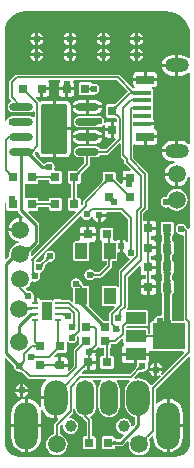
<source format=gbl>
G04 Layer_Physical_Order=2*
G04 Layer_Color=16711680*
%FSLAX25Y25*%
%MOIN*%
G70*
G01*
G75*
%ADD10R,0.03150X0.03150*%
%ADD15C,0.00600*%
%ADD16C,0.01000*%
%ADD17C,0.02000*%
%ADD18O,0.07874X0.04724*%
%ADD19R,0.05905X0.03150*%
%ADD20O,0.05905X0.11811*%
%ADD21O,0.07874X0.11811*%
%ADD22O,0.07874X0.15748*%
%ADD23C,0.02400*%
%ADD24C,0.03937*%
%ADD25R,0.03150X0.03150*%
%ADD26R,0.05905X0.01575*%
%ADD27R,0.03937X0.05512*%
%ADD28O,0.08000X0.02400*%
G04:AMPARAMS|DCode=29|XSize=86.61mil|YSize=165.35mil|CornerRadius=4.33mil|HoleSize=0mil|Usage=FLASHONLY|Rotation=0.000|XOffset=0mil|YOffset=0mil|HoleType=Round|Shape=RoundedRectangle|*
%AMROUNDEDRECTD29*
21,1,0.08661,0.15669,0,0,0.0*
21,1,0.07795,0.16535,0,0,0.0*
1,1,0.00866,0.03898,-0.07835*
1,1,0.00866,-0.03898,-0.07835*
1,1,0.00866,-0.03898,0.07835*
1,1,0.00866,0.03898,0.07835*
%
%ADD29ROUNDEDRECTD29*%
%ADD30C,0.05905*%
%ADD31R,0.07000X0.04000*%
%ADD32R,0.11024X0.08661*%
%ADD33R,0.01968X0.00984*%
%ADD34R,0.03543X0.06299*%
%ADD35C,0.00800*%
G36*
X18450Y94900D02*
X18444Y94957D01*
X18426Y95008D01*
X18395Y95053D01*
X18352Y95092D01*
X18297Y95125D01*
X18230Y95152D01*
X18150Y95173D01*
X18058Y95188D01*
X17955Y95197D01*
X17838Y95200D01*
Y95800D01*
X17955Y95803D01*
X18058Y95812D01*
X18150Y95827D01*
X18230Y95848D01*
X18297Y95875D01*
X18352Y95908D01*
X18395Y95947D01*
X18426Y95992D01*
X18444Y96043D01*
X18450Y96100D01*
Y94900D01*
D02*
G37*
G36*
X13705Y96043D02*
X13724Y95992D01*
X13755Y95947D01*
X13797Y95908D01*
X13852Y95875D01*
X13920Y95848D01*
X13999Y95827D01*
X14091Y95812D01*
X14195Y95803D01*
X14311Y95800D01*
Y95200D01*
X14195Y95197D01*
X14091Y95188D01*
X13999Y95173D01*
X13920Y95152D01*
X13852Y95125D01*
X13797Y95092D01*
X13755Y95053D01*
X13724Y95008D01*
X13705Y94957D01*
X13699Y94900D01*
Y96100D01*
X13705Y96043D01*
D02*
G37*
G36*
X37287Y93588D02*
X37240Y93622D01*
X37185Y93639D01*
X37121D01*
X37049Y93622D01*
X36968Y93588D01*
X36879Y93537D01*
X36782Y93469D01*
X36676Y93384D01*
X36438Y93164D01*
X36014Y93588D01*
X36133Y93711D01*
X36319Y93931D01*
X36387Y94029D01*
X36438Y94118D01*
X36472Y94199D01*
X36489Y94271D01*
Y94335D01*
X36472Y94390D01*
X36438Y94436D01*
X37287Y93588D01*
D02*
G37*
G36*
X4413Y97366D02*
X4635Y97177D01*
X4733Y97108D01*
X4822Y97056D01*
X4902Y97021D01*
X4974Y97003D01*
X5037Y97001D01*
X5091Y97017D01*
X5137Y97050D01*
X4301Y96213D01*
X4333Y96259D01*
X4349Y96313D01*
X4348Y96376D01*
X4330Y96448D01*
X4295Y96529D01*
X4242Y96618D01*
X4173Y96716D01*
X4087Y96822D01*
X3864Y97062D01*
X4289Y97486D01*
X4413Y97366D01*
D02*
G37*
G36*
X9605Y102804D02*
X9520Y102773D01*
X9445Y102723D01*
X9380Y102652D01*
X9325Y102561D01*
X9280Y102449D01*
X9245Y102318D01*
X9220Y102166D01*
X9205Y101994D01*
X9200Y101802D01*
X8200D01*
X8195Y101994D01*
X8180Y102166D01*
X8155Y102318D01*
X8120Y102449D01*
X8075Y102561D01*
X8020Y102652D01*
X7955Y102723D01*
X7880Y102773D01*
X7795Y102804D01*
X7700Y102814D01*
X9700D01*
X9605Y102804D01*
D02*
G37*
G36*
X17143Y98060D02*
X17074Y98125D01*
X16998Y98182D01*
X16917Y98233D01*
X16830Y98278D01*
X16738Y98315D01*
X16640Y98346D01*
X16536Y98369D01*
X16426Y98386D01*
X16310Y98397D01*
X16189Y98400D01*
Y99400D01*
X16310Y99403D01*
X16426Y99414D01*
X16536Y99431D01*
X16640Y99454D01*
X16738Y99485D01*
X16830Y99522D01*
X16917Y99567D01*
X16998Y99618D01*
X17074Y99675D01*
X17143Y99740D01*
Y98060D01*
D02*
G37*
G36*
X28285Y97062D02*
X28165Y96938D01*
X27976Y96716D01*
X27907Y96618D01*
X27855Y96529D01*
X27820Y96448D01*
X27802Y96376D01*
X27801Y96313D01*
X27816Y96259D01*
X27849Y96213D01*
X27013Y97050D01*
X27058Y97017D01*
X27112Y97001D01*
X27175Y97003D01*
X27247Y97021D01*
X27328Y97056D01*
X27417Y97108D01*
X27515Y97177D01*
X27621Y97263D01*
X27861Y97486D01*
X28285Y97062D01*
D02*
G37*
G36*
X43562Y90716D02*
X43784Y90527D01*
X43882Y90458D01*
X43971Y90406D01*
X44052Y90371D01*
X44124Y90353D01*
X44187Y90352D01*
X44241Y90368D01*
X44287Y90400D01*
X43450Y89564D01*
X43483Y89609D01*
X43499Y89664D01*
X43497Y89727D01*
X43479Y89798D01*
X43444Y89879D01*
X43392Y89968D01*
X43323Y90066D01*
X43237Y90173D01*
X43014Y90412D01*
X43438Y90837D01*
X43562Y90716D01*
D02*
G37*
G36*
X10854Y52490D02*
X10898Y52423D01*
X10954Y52363D01*
X11024Y52311D01*
X11107Y52268D01*
X11203Y52232D01*
X11311Y52204D01*
X11433Y52184D01*
X11568Y52172D01*
X11688Y52169D01*
X11700Y52169D01*
X12276Y52207D01*
X12316Y52219D01*
X12340Y52232D01*
X12348Y52248D01*
Y51289D01*
X12340Y51304D01*
X12316Y51318D01*
X12276Y51330D01*
X12220Y51340D01*
X12148Y51349D01*
X11956Y51361D01*
X11662Y51366D01*
X11587Y51364D01*
X11452Y51352D01*
X11332Y51332D01*
X11224Y51304D01*
X11130Y51268D01*
X11050Y51224D01*
X10982Y51171D01*
X10928Y51111D01*
X10887Y51042D01*
X10860Y50966D01*
X10823Y52566D01*
X10854Y52490D01*
D02*
G37*
G36*
X26602Y88561D02*
X26611Y88457D01*
X26626Y88366D01*
X26647Y88286D01*
X26674Y88219D01*
X26707Y88164D01*
X26746Y88121D01*
X26791Y88090D01*
X26842Y88072D01*
X26899Y88066D01*
X25699D01*
X25756Y88072D01*
X25807Y88090D01*
X25852Y88121D01*
X25891Y88164D01*
X25924Y88219D01*
X25951Y88286D01*
X25972Y88366D01*
X25987Y88457D01*
X25996Y88561D01*
X25999Y88678D01*
X26599D01*
X26602Y88561D01*
D02*
G37*
G36*
X23052Y48896D02*
X23012Y49011D01*
X22964Y49114D01*
X22908Y49204D01*
X22845Y49283D01*
X22774Y49349D01*
X22695Y49403D01*
X22610Y49446D01*
X22516Y49476D01*
X22415Y49494D01*
X22321Y49499D01*
X22257Y49498D01*
X22065Y49484D01*
X21987Y49471D01*
X21921Y49455D01*
X21867Y49435D01*
X21825Y49412D01*
X21795Y49385D01*
X21777Y49355D01*
X21771Y49321D01*
Y50279D01*
X21777Y50245D01*
X21795Y50215D01*
X21825Y50188D01*
X21867Y50165D01*
X21921Y50145D01*
X21987Y50129D01*
X22065Y50116D01*
X22155Y50107D01*
X22371Y50100D01*
Y49617D01*
X22636Y50100D01*
X22717Y50103D01*
X22807Y50111D01*
X23008Y50144D01*
X23120Y50169D01*
X23502Y50277D01*
X23794Y50376D01*
X23052Y48896D01*
D02*
G37*
G36*
X39555Y95054D02*
X39568Y94970D01*
X39590Y94886D01*
X39621Y94802D01*
X39661Y94717D01*
X39708Y94632D01*
X39765Y94547D01*
X39830Y94461D01*
X39904Y94375D01*
X39986Y94289D01*
Y93440D01*
X39955Y93468D01*
X39922Y93493D01*
X39886Y93515D01*
X39847Y93535D01*
X39806Y93551D01*
X39762Y93564D01*
X39716Y93575D01*
X39667Y93582D01*
X39616Y93586D01*
X39562Y93588D01*
X39550Y95137D01*
X39555Y95054D01*
D02*
G37*
G36*
X41782Y106634D02*
Y102800D01*
X41852Y102449D01*
X42051Y102151D01*
X42982Y101220D01*
Y100672D01*
X43052Y100321D01*
X43251Y100023D01*
X45068Y98206D01*
X44877Y97744D01*
X43425D01*
X43035Y97666D01*
X42704Y97445D01*
X42483Y97115D01*
X42406Y96724D01*
Y95650D01*
X45000D01*
Y94650D01*
X42406D01*
Y93948D01*
X42323Y93532D01*
X41780Y93368D01*
X40484Y94664D01*
X40456Y94736D01*
X40386Y94810D01*
X40336Y94869D01*
X40295Y94923D01*
X40263Y94971D01*
X40239Y95014D01*
X40224Y95045D01*
Y96724D01*
X40034Y97184D01*
X39575Y97374D01*
X36425D01*
X35966Y97184D01*
X35776Y96724D01*
Y94294D01*
X35651Y94147D01*
X35547Y94039D01*
X35518Y93965D01*
X29551Y87998D01*
X29352Y87701D01*
X29282Y87350D01*
Y86434D01*
X28997Y86204D01*
X28523Y86412D01*
Y88091D01*
X28333Y88550D01*
X27874Y88740D01*
X27228D01*
X27217Y88765D01*
Y93250D01*
X27228Y93276D01*
X27874D01*
X28333Y93466D01*
X28523Y93925D01*
Y96357D01*
X28646Y96501D01*
X28752Y96610D01*
X28781Y96684D01*
X31249Y99152D01*
X31448Y99450D01*
X31518Y99801D01*
Y102114D01*
X31540Y102165D01*
X33500D01*
X34202Y102304D01*
X34798Y102702D01*
X34953Y102935D01*
X34988Y102950D01*
X35023Y103035D01*
X35159Y103048D01*
X35272Y103051D01*
X35344Y103082D01*
X37197D01*
X37549Y103152D01*
X37846Y103351D01*
X41320Y106825D01*
X41782Y106634D01*
D02*
G37*
G36*
X26842Y93932D02*
X26791Y93914D01*
X26746Y93884D01*
X26707Y93842D01*
X26674Y93788D01*
X26647Y93722D01*
X26626Y93644D01*
X26611Y93554D01*
X26602Y93452D01*
X26599Y93338D01*
X25999D01*
X25996Y93452D01*
X25987Y93554D01*
X25972Y93644D01*
X25951Y93722D01*
X25924Y93788D01*
X25891Y93842D01*
X25852Y93884D01*
X25807Y93914D01*
X25756Y93932D01*
X25699Y93938D01*
X26899D01*
X26842Y93932D01*
D02*
G37*
G36*
X13863Y47346D02*
X13812Y47328D01*
X13767Y47298D01*
X13728Y47256D01*
X13695Y47202D01*
X13668Y47136D01*
X13647Y47058D01*
X13632Y46968D01*
X13623Y46866D01*
X13620Y46752D01*
X13020D01*
X13017Y46866D01*
X13008Y46968D01*
X12993Y47058D01*
X12972Y47136D01*
X12945Y47202D01*
X12912Y47256D01*
X12873Y47298D01*
X12828Y47328D01*
X12777Y47346D01*
X12720Y47352D01*
X13920D01*
X13863Y47346D01*
D02*
G37*
G36*
X21343D02*
X21292Y47328D01*
X21247Y47298D01*
X21208Y47256D01*
X21175Y47202D01*
X21148Y47136D01*
X21127Y47058D01*
X21112Y46968D01*
X21103Y46866D01*
X21100Y46752D01*
X20500D01*
X20497Y46866D01*
X20488Y46968D01*
X20473Y47058D01*
X20452Y47136D01*
X20425Y47202D01*
X20392Y47256D01*
X20353Y47298D01*
X20308Y47328D01*
X20257Y47346D01*
X20200Y47352D01*
X21400D01*
X21343Y47346D01*
D02*
G37*
G36*
X13114Y104490D02*
X13036Y104409D01*
X12903Y104248D01*
X12847Y104168D01*
X12798Y104087D01*
X12755Y104008D01*
X12720Y103928D01*
X12692Y103848D01*
X12671Y103769D01*
X12657Y103690D01*
X12256Y104902D01*
X12281Y104847D01*
X12315Y104809D01*
X12357Y104788D01*
X12408Y104784D01*
X12467Y104797D01*
X12535Y104827D01*
X12611Y104874D01*
X12696Y104937D01*
X12789Y105018D01*
X12891Y105115D01*
X13114Y104490D01*
D02*
G37*
G36*
X43762Y46525D02*
X43734Y46575D01*
X43693Y46605D01*
X43640Y46614D01*
X43574Y46601D01*
X43496Y46568D01*
X43404Y46514D01*
X43301Y46439D01*
X43184Y46343D01*
X42913Y46089D01*
X42889Y46913D01*
X42991Y47019D01*
X43156Y47218D01*
X43220Y47310D01*
X43270Y47397D01*
X43307Y47480D01*
X43331Y47557D01*
X43342Y47630D01*
X43340Y47698D01*
X43325Y47761D01*
X43762Y46525D01*
D02*
G37*
G36*
X35287Y47576D02*
X35647Y47272D01*
X35808Y47160D01*
X35956Y47074D01*
X36091Y47016D01*
X36213Y46984D01*
X36322Y46979D01*
X36419Y47001D01*
X36502Y47050D01*
X34950Y45797D01*
X35012Y45867D01*
X35045Y45953D01*
X35047Y46055D01*
X35020Y46172D01*
X34963Y46306D01*
X34876Y46455D01*
X34759Y46621D01*
X34613Y46802D01*
X34231Y47211D01*
X35088Y47769D01*
X35287Y47576D01*
D02*
G37*
G36*
X26600Y46983D02*
X26602Y46889D01*
X26626Y46589D01*
X26640Y46482D01*
X26731Y46025D01*
X26761Y45902D01*
X25418Y46786D01*
X25528Y46809D01*
X25627Y46841D01*
X25715Y46884D01*
X25790Y46935D01*
X25854Y46997D01*
X25907Y47069D01*
X25948Y47150D01*
X25977Y47240D01*
X25994Y47341D01*
X26000Y47451D01*
X26600Y46983D01*
D02*
G37*
G36*
X4792Y108603D02*
X4787Y108621D01*
X4772Y108638D01*
X4747Y108652D01*
X4713Y108665D01*
X4669Y108676D01*
X4615Y108684D01*
X4551Y108691D01*
X4393Y108699D01*
X4300Y108700D01*
Y109300D01*
X4393Y109301D01*
X4615Y109316D01*
X4669Y109324D01*
X4713Y109335D01*
X4747Y109348D01*
X4772Y109362D01*
X4787Y109379D01*
X4792Y109397D01*
Y108603D01*
D02*
G37*
G36*
X41900Y50214D02*
X41902Y50129D01*
X41922Y49940D01*
X41938Y49836D01*
X42018Y49484D01*
X42095Y49217D01*
X42140Y49074D01*
X40701Y49862D01*
X40815Y49897D01*
X40917Y49940D01*
X41006Y49992D01*
X41084Y50051D01*
X41150Y50119D01*
X41204Y50195D01*
X41246Y50280D01*
X41276Y50372D01*
X41294Y50473D01*
X41300Y50582D01*
X41900Y50214D01*
D02*
G37*
G36*
X31143Y102808D02*
X31092Y102789D01*
X31047Y102759D01*
X31008Y102716D01*
X30975Y102661D01*
X30948Y102593D01*
X30927Y102514D01*
X30912Y102422D01*
X30903Y102318D01*
X30900Y102202D01*
X30300D01*
X30297Y102318D01*
X30288Y102422D01*
X30273Y102514D01*
X30252Y102593D01*
X30225Y102661D01*
X30192Y102716D01*
X30153Y102759D01*
X30108Y102789D01*
X30057Y102808D01*
X30000Y102814D01*
X31200D01*
X31143Y102808D01*
D02*
G37*
G36*
X12456Y103419D02*
X12392Y103364D01*
X12358Y103293D01*
X12353Y103206D01*
X12378Y103104D01*
X12432Y102987D01*
X12516Y102854D01*
X12630Y102705D01*
X12773Y102541D01*
X12945Y102362D01*
X11798Y102095D01*
X11626Y102260D01*
X11302Y102528D01*
X11150Y102631D01*
X11005Y102714D01*
X10867Y102775D01*
X10736Y102816D01*
X10612Y102836D01*
X10495Y102835D01*
X10384Y102814D01*
X12549Y103459D01*
X12456Y103419D01*
D02*
G37*
G36*
X34534Y104539D02*
X34556Y104489D01*
X34593Y104444D01*
X34644Y104406D01*
X34710Y104374D01*
X34790Y104347D01*
X34885Y104326D01*
X34995Y104312D01*
X35120Y104303D01*
X35259Y104300D01*
Y103700D01*
X35120Y103697D01*
X34886Y103674D01*
X34791Y103653D01*
X34711Y103627D01*
X34645Y103595D01*
X34594Y103557D01*
X34557Y103513D01*
X34535Y103464D01*
X34528Y103408D01*
X34527Y104595D01*
X34534Y104539D01*
D02*
G37*
G36*
X58309Y48435D02*
X58339Y48093D01*
X58389Y47792D01*
X58459Y47530D01*
X58549Y47309D01*
X58659Y47128D01*
X58789Y46987D01*
X58939Y46886D01*
X59109Y46826D01*
X59299Y46806D01*
X56087D01*
X56099Y46786D01*
X56347Y46569D01*
X56542Y46426D01*
X56723Y46309D01*
X56889Y46218D01*
X57040Y46153D01*
X57177Y46114D01*
X57300Y46101D01*
X56299Y45100D01*
X56286Y45223D01*
X56247Y45360D01*
X56182Y45511D01*
X56091Y45677D01*
X55974Y45858D01*
X55831Y46053D01*
X55629Y46293D01*
X55594Y46313D01*
X55496Y46358D01*
X55389Y46396D01*
X55274Y46427D01*
X55151Y46450D01*
X55020Y46467D01*
X54881Y46476D01*
X54734Y46478D01*
X55062Y46806D01*
X54734D01*
X54812Y46810D01*
X54873Y46823D01*
X54917Y46845D01*
X54943Y46876D01*
X54952Y46915D01*
X54943Y46963D01*
X54917Y47019D01*
X54873Y47085D01*
X54812Y47159D01*
X54734Y47242D01*
X55263D01*
X55423Y47402D01*
X55542Y47285D01*
X55922Y47666D01*
X55924Y47519D01*
X55950Y47249D01*
X55965Y47170D01*
X56049Y47309D01*
X56139Y47530D01*
X56209Y47792D01*
X56259Y48093D01*
X56289Y48435D01*
X56299Y48818D01*
X58299D01*
X58309Y48435D01*
D02*
G37*
G36*
X10295Y104236D02*
X10327Y104244D01*
X10347Y104254D01*
X10688Y103900D01*
X10347Y103546D01*
X9300Y103600D01*
Y104200D01*
X9600Y104205D01*
Y104300D01*
X9710Y104301D01*
X10059Y104324D01*
X10124Y104335D01*
X10180Y104347D01*
X10227Y104362D01*
X10266Y104378D01*
X10295Y104396D01*
Y104236D01*
D02*
G37*
G36*
X11065Y104253D02*
X11106Y104242D01*
X11166Y104232D01*
X11244Y104224D01*
X11590Y104206D01*
X12100Y104200D01*
Y103600D01*
X11912Y103599D01*
X11065Y103547D01*
X11041Y103535D01*
X10688Y103900D01*
X11041Y104265D01*
X11065Y104253D01*
D02*
G37*
G36*
X38456Y88827D02*
X38538Y88767D01*
X38628Y88715D01*
X38727Y88670D01*
X38833Y88632D01*
X38948Y88602D01*
X39071Y88578D01*
X39202Y88562D01*
X39341Y88552D01*
X39488Y88550D01*
X38300Y87362D01*
X38298Y87510D01*
X38272Y87780D01*
X38249Y87902D01*
X38218Y88017D01*
X38180Y88124D01*
X38135Y88222D01*
X38083Y88313D01*
X38024Y88395D01*
X37957Y88469D01*
X38381Y88893D01*
X38456Y88827D01*
D02*
G37*
G36*
X51543Y70432D02*
X51492Y70414D01*
X51447Y70384D01*
X51408Y70342D01*
X51375Y70288D01*
X51348Y70222D01*
X51327Y70144D01*
X51312Y70054D01*
X51303Y69952D01*
X51300Y69838D01*
X50700D01*
X50697Y69952D01*
X50688Y70054D01*
X50673Y70144D01*
X50652Y70222D01*
X50625Y70288D01*
X50592Y70342D01*
X50553Y70384D01*
X50508Y70414D01*
X50457Y70432D01*
X50400Y70438D01*
X51600D01*
X51543Y70432D01*
D02*
G37*
G36*
X6273Y67853D02*
X6197Y67912D01*
X6114Y67950D01*
X6025Y67968D01*
X5930Y67966D01*
X5829Y67943D01*
X5721Y67900D01*
X5608Y67836D01*
X5488Y67752D01*
X5362Y67648D01*
X5230Y67523D01*
X4758Y68466D01*
X4886Y68598D01*
X5096Y68854D01*
X5179Y68976D01*
X5248Y69095D01*
X5302Y69210D01*
X5341Y69322D01*
X5365Y69431D01*
X5375Y69535D01*
X5370Y69637D01*
X6273Y67853D01*
D02*
G37*
G36*
X18229Y68007D02*
X18077Y67988D01*
X17800Y67934D01*
X17675Y67899D01*
X17559Y67860D01*
X17452Y67816D01*
X17354Y67767D01*
X17265Y67713D01*
X17185Y67654D01*
X17114Y67590D01*
X16638Y67962D01*
X16706Y68038D01*
X16765Y68122D01*
X16815Y68213D01*
X16856Y68311D01*
X16888Y68416D01*
X16911Y68528D01*
X16924Y68647D01*
X16929Y68773D01*
X16924Y68906D01*
X16910Y69047D01*
X18229Y68007D01*
D02*
G37*
G36*
X28201Y60160D02*
X28288Y59900D01*
X28335Y59783D01*
X28440Y59571D01*
X28496Y59477D01*
X28556Y59390D01*
X28618Y59312D01*
X28683Y59241D01*
X28484Y58949D01*
X28851D01*
X28857Y58631D01*
X28245D01*
X28246Y58634D01*
X28247Y58644D01*
X28249Y58682D01*
X28250Y58812D01*
X28191Y58852D01*
X28110Y58894D01*
X28024Y58924D01*
X27933Y58943D01*
X27837Y58951D01*
X27737Y58947D01*
X27631Y58933D01*
X27521Y58907D01*
X27405Y58871D01*
X28162Y60301D01*
X28201Y60160D01*
D02*
G37*
G36*
X51303Y74045D02*
X51312Y73941D01*
X51327Y73850D01*
X51348Y73770D01*
X51375Y73703D01*
X51408Y73648D01*
X51447Y73605D01*
X51492Y73574D01*
X51543Y73556D01*
X51600Y73550D01*
X50400D01*
X50457Y73556D01*
X50508Y73574D01*
X50553Y73605D01*
X50592Y73648D01*
X50625Y73703D01*
X50652Y73770D01*
X50673Y73850D01*
X50688Y73941D01*
X50697Y74045D01*
X50700Y74162D01*
X51300D01*
X51303Y74045D01*
D02*
G37*
G36*
X11818Y71611D02*
X11691Y71478D01*
X11482Y71223D01*
X11400Y71100D01*
X11332Y70981D01*
X11280Y70865D01*
X11243Y70753D01*
X11220Y70644D01*
X11213Y70539D01*
X11220Y70437D01*
X10272Y72198D01*
X10351Y72140D01*
X10435Y72102D01*
X10526Y72085D01*
X10623Y72088D01*
X10725Y72112D01*
X10834Y72156D01*
X10948Y72220D01*
X11068Y72304D01*
X11195Y72409D01*
X11327Y72534D01*
X11818Y71611D01*
D02*
G37*
G36*
X45472Y71949D02*
X45488Y71849D01*
X45515Y71748D01*
X45553Y71647D01*
X45602Y71545D01*
X45661Y71442D01*
X45731Y71338D01*
X45812Y71234D01*
X45904Y71129D01*
X46007Y71024D01*
X44327D01*
X44429Y71129D01*
X44602Y71338D01*
X44672Y71442D01*
X44732Y71545D01*
X44780Y71647D01*
X44818Y71748D01*
X44845Y71849D01*
X44861Y71949D01*
X44867Y72049D01*
X45467D01*
X45472Y71949D01*
D02*
G37*
G36*
X16143Y66619D02*
X16076Y66544D01*
X16017Y66462D01*
X15965Y66372D01*
X15920Y66273D01*
X15882Y66167D01*
X15851Y66052D01*
X15828Y65929D01*
X15811Y65798D01*
X15802Y65659D01*
X15800Y65512D01*
X14612Y66700D01*
X14759Y66702D01*
X15029Y66728D01*
X15152Y66751D01*
X15267Y66782D01*
X15373Y66820D01*
X15472Y66865D01*
X15562Y66917D01*
X15644Y66976D01*
X15719Y67043D01*
X16143Y66619D01*
D02*
G37*
G36*
X51543Y63932D02*
X51492Y63914D01*
X51447Y63884D01*
X51408Y63842D01*
X51375Y63788D01*
X51348Y63722D01*
X51327Y63644D01*
X51312Y63554D01*
X51303Y63452D01*
X51300Y63338D01*
X50700D01*
X50697Y63452D01*
X50688Y63554D01*
X50673Y63644D01*
X50652Y63722D01*
X50625Y63788D01*
X50592Y63842D01*
X50553Y63884D01*
X50508Y63914D01*
X50457Y63932D01*
X50400Y63938D01*
X51600D01*
X51543Y63932D01*
D02*
G37*
G36*
X12806Y64302D02*
X12824Y64201D01*
X12854Y64108D01*
X12897Y64022D01*
X12951Y63944D01*
X13017Y63873D01*
X13096Y63810D01*
X13186Y63754D01*
X13289Y63706D01*
X13404Y63665D01*
X11923Y62923D01*
X11976Y63073D01*
X12156Y63710D01*
X12175Y63814D01*
X12197Y64000D01*
X12200Y64082D01*
X12800Y64411D01*
X12806Y64302D01*
D02*
G37*
G36*
X51303Y67545D02*
X51312Y67441D01*
X51327Y67350D01*
X51348Y67270D01*
X51375Y67203D01*
X51408Y67148D01*
X51447Y67105D01*
X51492Y67074D01*
X51543Y67056D01*
X51600Y67050D01*
X50400D01*
X50457Y67056D01*
X50508Y67074D01*
X50553Y67105D01*
X50592Y67148D01*
X50625Y67203D01*
X50652Y67270D01*
X50673Y67350D01*
X50688Y67441D01*
X50697Y67545D01*
X50700Y67662D01*
X51300D01*
X51303Y67545D01*
D02*
G37*
G36*
Y61045D02*
X51312Y60941D01*
X51327Y60850D01*
X51348Y60770D01*
X51375Y60703D01*
X51408Y60648D01*
X51447Y60605D01*
X51492Y60574D01*
X51543Y60556D01*
X51600Y60550D01*
X50400D01*
X50457Y60556D01*
X50508Y60574D01*
X50553Y60605D01*
X50592Y60648D01*
X50625Y60703D01*
X50652Y60770D01*
X50673Y60850D01*
X50688Y60941D01*
X50697Y61045D01*
X50700Y61162D01*
X51300D01*
X51303Y61045D01*
D02*
G37*
G36*
X58754Y63918D02*
X58659Y63858D01*
X58574Y63758D01*
X58501Y63618D01*
X58440Y63438D01*
X58389Y63218D01*
X58350Y62958D01*
X58322Y62658D01*
X58306Y62162D01*
X58350Y61542D01*
X58389Y61282D01*
X58440Y61062D01*
X58501Y60882D01*
X58574Y60742D01*
X58659Y60642D01*
X58754Y60582D01*
X58861Y60562D01*
X55737D01*
X55844Y60582D01*
X55940Y60642D01*
X56024Y60742D01*
X56097Y60882D01*
X56159Y61062D01*
X56209Y61282D01*
X56249Y61542D01*
X56277Y61842D01*
X56292Y62338D01*
X56249Y62958D01*
X56209Y63218D01*
X56159Y63438D01*
X56097Y63618D01*
X56024Y63758D01*
X55940Y63858D01*
X55844Y63918D01*
X55737Y63938D01*
X58861D01*
X58754Y63918D01*
D02*
G37*
G36*
Y70418D02*
X58659Y70358D01*
X58574Y70258D01*
X58501Y70118D01*
X58440Y69938D01*
X58389Y69718D01*
X58350Y69458D01*
X58322Y69158D01*
X58306Y68662D01*
X58350Y68042D01*
X58389Y67782D01*
X58440Y67562D01*
X58501Y67382D01*
X58574Y67242D01*
X58659Y67142D01*
X58754Y67082D01*
X58861Y67062D01*
X55737D01*
X55844Y67082D01*
X55940Y67142D01*
X56024Y67242D01*
X56097Y67382D01*
X56159Y67562D01*
X56209Y67782D01*
X56249Y68042D01*
X56277Y68342D01*
X56292Y68838D01*
X56249Y69458D01*
X56209Y69718D01*
X56159Y69938D01*
X56097Y70118D01*
X56024Y70258D01*
X55940Y70358D01*
X55844Y70418D01*
X55737Y70438D01*
X58861D01*
X58754Y70418D01*
D02*
G37*
G36*
X3626Y87312D02*
Y84941D01*
X3816Y84482D01*
X4276Y84292D01*
X7425D01*
X7643Y84175D01*
X7664Y84071D01*
X7907Y83707D01*
X9247Y82366D01*
X9014Y81893D01*
X8800Y81921D01*
Y78000D01*
X8300D01*
Y77500D01*
X4379D01*
X4449Y76968D01*
X4847Y76007D01*
X5481Y75181D01*
X6307Y74547D01*
X7268Y74149D01*
X8017Y74050D01*
Y73546D01*
X7373Y73461D01*
X6508Y73103D01*
X5766Y72534D01*
X5197Y71792D01*
X4839Y70927D01*
X4717Y70000D01*
X4756Y69702D01*
X4721Y69605D01*
X4724Y69549D01*
X4722Y69532D01*
X4715Y69501D01*
X4699Y69455D01*
X4671Y69395D01*
X4629Y69321D01*
X4576Y69244D01*
X4400Y69030D01*
X4289Y68915D01*
X4264Y68850D01*
X3584Y68170D01*
X3122Y68361D01*
Y87095D01*
X3621Y87317D01*
X3626Y87312D01*
D02*
G37*
G36*
X30279Y53150D02*
X30180Y53129D01*
X30110Y53093D01*
X30067Y53044D01*
X30053Y52980D01*
X30067Y52903D01*
X30110Y52811D01*
X30180Y52705D01*
X30279Y52584D01*
X30407Y52450D01*
X28993D01*
X28851Y52584D01*
X28710Y52705D01*
X28568Y52811D01*
X28427Y52903D01*
X28285Y52980D01*
X28144Y53044D01*
X28003Y53093D01*
X27861Y53129D01*
X27720Y53150D01*
X27578Y53157D01*
X30407D01*
X30279Y53150D01*
D02*
G37*
G36*
X44249Y81453D02*
Y73944D01*
X43749Y73792D01*
X43486Y74186D01*
X42758Y74672D01*
X42400Y74744D01*
Y72600D01*
Y70456D01*
X42758Y70528D01*
X42914Y70632D01*
X43364Y70331D01*
X43332Y70167D01*
X43471Y69464D01*
X43869Y68869D01*
X44464Y68471D01*
X44619Y68441D01*
X44764Y67962D01*
X41351Y64549D01*
X41152Y64251D01*
X41082Y63900D01*
Y59083D01*
X40582Y58983D01*
X40528Y59115D01*
X40069Y59305D01*
X36132D01*
X35672Y59115D01*
X35482Y58656D01*
Y53144D01*
X35672Y52685D01*
X36132Y52495D01*
X39590D01*
X39797Y51995D01*
X38251Y50449D01*
X38052Y50151D01*
X37982Y49800D01*
Y47830D01*
X37895Y47724D01*
X36134D01*
X36044Y47787D01*
X35723Y48059D01*
X35539Y48236D01*
X35474Y48262D01*
X31074Y52662D01*
X31079Y52685D01*
X31269Y53144D01*
Y58656D01*
X31079Y59115D01*
X30620Y59305D01*
X29395D01*
X29200Y59598D01*
X29186Y59612D01*
X29160Y59682D01*
X29111Y59735D01*
X29078Y59777D01*
X29043Y59828D01*
X29010Y59882D01*
X28928Y60048D01*
X28897Y60126D01*
X28822Y60350D01*
X28788Y60474D01*
X28781Y60482D01*
X28782Y60492D01*
X28723Y60564D01*
X28696Y60702D01*
X28298Y61298D01*
X27702Y61696D01*
X27000Y61835D01*
X26298Y61696D01*
X25702Y61298D01*
X25304Y60702D01*
X25165Y60000D01*
X25304Y59298D01*
X25702Y58702D01*
X26033Y58481D01*
Y54118D01*
X25571Y53926D01*
X25112Y54386D01*
X24814Y54585D01*
X24463Y54655D01*
X22462D01*
X22393Y54686D01*
X22236Y54691D01*
X22160Y54723D01*
X22144Y54748D01*
X22048Y54769D01*
X21784Y54879D01*
X19816D01*
X19356Y54688D01*
X19242Y54413D01*
X18832Y54583D01*
X15288D01*
X15249Y54604D01*
X15246Y54619D01*
X15025Y54950D01*
X14694Y55171D01*
X14304Y55249D01*
X13820D01*
Y53737D01*
X12820D01*
Y55576D01*
X12771Y55635D01*
X12810Y55834D01*
X12670Y56536D01*
X12273Y57131D01*
X11677Y57529D01*
X11030Y57658D01*
X10972Y57683D01*
X10842Y57685D01*
X10739Y57692D01*
X10647Y57703D01*
X10568Y57718D01*
X10501Y57736D01*
X10446Y57756D01*
X10401Y57776D01*
X10366Y57796D01*
X10338Y57816D01*
X10290Y57860D01*
X10222Y57884D01*
X10167Y57939D01*
X10275Y58538D01*
X10834Y58966D01*
X11403Y59708D01*
X11761Y60573D01*
X11777Y60694D01*
X12233Y60901D01*
X12350Y60822D01*
X13053Y60682D01*
X13755Y60822D01*
X14351Y61220D01*
X14748Y61815D01*
X14888Y62518D01*
X14748Y63220D01*
X14999Y63744D01*
X15302Y63804D01*
X15898Y64202D01*
X16296Y64798D01*
X16424Y65445D01*
X16449Y65503D01*
X16451Y65633D01*
X16458Y65736D01*
X16469Y65828D01*
X16485Y65907D01*
X16502Y65974D01*
X16522Y66029D01*
X16543Y66074D01*
X16563Y66109D01*
X16583Y66136D01*
X16626Y66185D01*
X16650Y66252D01*
X17481Y67083D01*
X17549Y67107D01*
X17596Y67150D01*
X17627Y67173D01*
X17669Y67198D01*
X17722Y67225D01*
X17787Y67252D01*
X17865Y67278D01*
X17948Y67301D01*
X18181Y67346D01*
X18312Y67363D01*
X18430Y67430D01*
X18802Y67504D01*
X19398Y67902D01*
X19796Y68498D01*
X19935Y69200D01*
X19796Y69902D01*
X19398Y70498D01*
X18802Y70896D01*
X18100Y71035D01*
X17398Y70896D01*
X16802Y70498D01*
X16404Y69902D01*
X16265Y69200D01*
X16290Y69071D01*
X16264Y68982D01*
X16275Y68862D01*
X16279Y68772D01*
X16276Y68695D01*
X16269Y68629D01*
X16258Y68574D01*
X16244Y68531D01*
X16230Y68496D01*
X16214Y68468D01*
X16197Y68444D01*
X16153Y68395D01*
X16146Y68373D01*
X16126Y68362D01*
X16111Y68309D01*
X15352Y67550D01*
X15285Y67526D01*
X15236Y67483D01*
X15209Y67463D01*
X15174Y67443D01*
X15129Y67422D01*
X15074Y67402D01*
X15007Y67385D01*
X14937Y67371D01*
X14724Y67351D01*
X14603Y67349D01*
X14545Y67324D01*
X13918Y67199D01*
X13829Y67191D01*
X13457Y67429D01*
X13425Y67922D01*
X28196Y82693D01*
X28675Y82547D01*
X28704Y82398D01*
X29102Y81802D01*
X29698Y81404D01*
X30400Y81265D01*
X31102Y81404D01*
X31698Y81802D01*
X32043Y82319D01*
X32366Y82322D01*
X32563Y82266D01*
X32628Y81942D01*
X33114Y81214D01*
X33842Y80728D01*
X34200Y80656D01*
Y82800D01*
X34700D01*
Y83300D01*
X36844D01*
X36807Y83482D01*
X37111Y83982D01*
X41720D01*
X44249Y81453D01*
D02*
G37*
G36*
X31943Y84219D02*
X31876Y84144D01*
X31817Y84062D01*
X31765Y83972D01*
X31720Y83873D01*
X31682Y83767D01*
X31651Y83652D01*
X31628Y83529D01*
X31611Y83398D01*
X31602Y83259D01*
X31600Y83112D01*
X30412Y84300D01*
X30559Y84302D01*
X30829Y84328D01*
X30952Y84351D01*
X31067Y84382D01*
X31173Y84420D01*
X31272Y84465D01*
X31362Y84517D01*
X31444Y84576D01*
X31519Y84643D01*
X31943Y84219D01*
D02*
G37*
G36*
X21777Y52214D02*
X21795Y52183D01*
X21825Y52156D01*
X21867Y52133D01*
X21921Y52113D01*
X21987Y52097D01*
X22065Y52084D01*
X22155Y52076D01*
X22371Y52068D01*
Y51468D01*
X22257Y51467D01*
X22065Y51452D01*
X21987Y51440D01*
X21921Y51424D01*
X21867Y51404D01*
X21825Y51381D01*
X21795Y51354D01*
X21777Y51323D01*
X21771Y51289D01*
Y52248D01*
X21777Y52214D01*
D02*
G37*
G36*
X13705Y87143D02*
X13724Y87092D01*
X13755Y87047D01*
X13797Y87008D01*
X13852Y86975D01*
X13920Y86948D01*
X13999Y86927D01*
X14091Y86912D01*
X14195Y86903D01*
X14311Y86900D01*
Y86300D01*
X14195Y86297D01*
X14091Y86288D01*
X13999Y86273D01*
X13920Y86252D01*
X13852Y86225D01*
X13797Y86192D01*
X13755Y86153D01*
X13724Y86108D01*
X13705Y86057D01*
X13699Y86000D01*
Y87200D01*
X13705Y87143D01*
D02*
G37*
G36*
X18450Y85916D02*
X18444Y85973D01*
X18426Y86024D01*
X18395Y86069D01*
X18352Y86108D01*
X18297Y86141D01*
X18230Y86168D01*
X18150Y86189D01*
X18058Y86204D01*
X17955Y86213D01*
X17838Y86216D01*
Y86816D01*
X17955Y86819D01*
X18058Y86828D01*
X18150Y86843D01*
X18230Y86864D01*
X18297Y86891D01*
X18352Y86924D01*
X18395Y86963D01*
X18426Y87008D01*
X18444Y87059D01*
X18450Y87116D01*
Y85916D01*
D02*
G37*
G36*
X9930Y57310D02*
X10013Y57250D01*
X10103Y57198D01*
X10202Y57153D01*
X10308Y57115D01*
X10423Y57085D01*
X10546Y57061D01*
X10677Y57045D01*
X10816Y57035D01*
X10963Y57033D01*
X9775Y55845D01*
X9773Y55993D01*
X9747Y56263D01*
X9724Y56385D01*
X9693Y56500D01*
X9655Y56607D01*
X9610Y56705D01*
X9558Y56796D01*
X9499Y56878D01*
X9432Y56952D01*
X9856Y57376D01*
X9930Y57310D01*
D02*
G37*
G36*
X51543Y76932D02*
X51492Y76914D01*
X51447Y76884D01*
X51408Y76842D01*
X51375Y76788D01*
X51348Y76722D01*
X51327Y76644D01*
X51312Y76554D01*
X51303Y76452D01*
X51300Y76338D01*
X50700D01*
X50697Y76452D01*
X50688Y76554D01*
X50673Y76644D01*
X50652Y76722D01*
X50625Y76788D01*
X50592Y76842D01*
X50553Y76884D01*
X50508Y76914D01*
X50457Y76932D01*
X50400Y76938D01*
X51600D01*
X51543Y76932D01*
D02*
G37*
G36*
X58754Y76918D02*
X58659Y76858D01*
X58574Y76758D01*
X58501Y76618D01*
X58440Y76438D01*
X58389Y76218D01*
X58350Y75958D01*
X58322Y75658D01*
X58306Y75162D01*
X58350Y74542D01*
X58389Y74282D01*
X58440Y74062D01*
X58501Y73882D01*
X58574Y73742D01*
X58659Y73642D01*
X58754Y73582D01*
X58861Y73562D01*
X55737D01*
X55844Y73582D01*
X55940Y73642D01*
X56024Y73742D01*
X56097Y73882D01*
X56159Y74062D01*
X56209Y74282D01*
X56249Y74542D01*
X56277Y74842D01*
X56292Y75338D01*
X56249Y75958D01*
X56209Y76218D01*
X56159Y76438D01*
X56097Y76618D01*
X56024Y76758D01*
X55940Y76858D01*
X55844Y76918D01*
X55737Y76938D01*
X58861D01*
X58754Y76918D01*
D02*
G37*
G36*
Y57418D02*
X58659Y57358D01*
X58574Y57258D01*
X58501Y57118D01*
X58440Y56938D01*
X58389Y56718D01*
X58350Y56458D01*
X58322Y56158D01*
X58299Y55438D01*
X56299D01*
X56294Y55818D01*
X56249Y56458D01*
X56209Y56718D01*
X56159Y56938D01*
X56097Y57118D01*
X56024Y57258D01*
X55940Y57358D01*
X55844Y57418D01*
X55737Y57438D01*
X58861D01*
X58754Y57418D01*
D02*
G37*
G36*
X21777Y54182D02*
X21795Y54152D01*
X21825Y54125D01*
X21867Y54102D01*
X21921Y54082D01*
X21987Y54066D01*
X22065Y54053D01*
X22155Y54044D01*
X22371Y54037D01*
Y53437D01*
X22257Y53435D01*
X22065Y53421D01*
X21987Y53408D01*
X21921Y53392D01*
X21867Y53373D01*
X21825Y53349D01*
X21795Y53322D01*
X21777Y53292D01*
X21771Y53258D01*
Y54216D01*
X21777Y54182D01*
D02*
G37*
G36*
X28905Y54893D02*
X28197D01*
X28208Y54913D01*
X28217Y54952D01*
X28225Y55010D01*
X28238Y55181D01*
X28251Y55939D01*
X28851D01*
X28905Y54893D01*
D02*
G37*
G36*
X63002Y78865D02*
X63190Y78654D01*
X63912Y77912D01*
X63488Y77488D01*
X63435Y77534D01*
X63379Y77567D01*
X63322Y77588D01*
X63264Y77596D01*
X63203Y77591D01*
X63140Y77573D01*
X63076Y77543D01*
X63010Y77499D01*
X62941Y77444D01*
X62871Y77375D01*
X62966Y78913D01*
X63002Y78865D01*
D02*
G37*
G36*
X39528Y46403D02*
X39604Y46345D01*
X39691Y46289D01*
X39787Y46236D01*
X39893Y46185D01*
X40135Y46092D01*
X40270Y46048D01*
X40571Y45969D01*
X39137Y45094D01*
X39165Y45226D01*
X39183Y45352D01*
X39190Y45472D01*
X39186Y45586D01*
X39170Y45694D01*
X39144Y45796D01*
X39107Y45893D01*
X39059Y45983D01*
X39000Y46067D01*
X38930Y46145D01*
X39461Y46463D01*
X39528Y46403D01*
D02*
G37*
G36*
X7161Y34051D02*
X7250Y33976D01*
X7340Y33911D01*
X7430Y33854D01*
X7521Y33806D01*
X7613Y33767D01*
X7706Y33737D01*
X7799Y33716D01*
X7893Y33703D01*
X7988Y33700D01*
X6800Y32512D01*
X6797Y32607D01*
X6784Y32701D01*
X6763Y32794D01*
X6733Y32887D01*
X6694Y32979D01*
X6646Y33070D01*
X6589Y33160D01*
X6524Y33250D01*
X6449Y33339D01*
X6366Y33427D01*
X7073Y34134D01*
X7161Y34051D01*
D02*
G37*
G36*
X9543Y33619D02*
X9476Y33544D01*
X9417Y33462D01*
X9365Y33372D01*
X9320Y33273D01*
X9282Y33167D01*
X9251Y33052D01*
X9228Y32929D01*
X9211Y32798D01*
X9202Y32659D01*
X9200Y32512D01*
X8838Y32874D01*
X8500Y32500D01*
X8507Y32479D01*
X8528Y32445D01*
X8563Y32398D01*
X8676Y32268D01*
X8825Y32113D01*
X9200Y32488D01*
X9202Y32341D01*
X9228Y32071D01*
X9251Y31948D01*
X9282Y31833D01*
X9320Y31727D01*
X9365Y31628D01*
X9417Y31538D01*
X9476Y31456D01*
X9543Y31381D01*
X9119Y30957D01*
X9044Y31024D01*
X8962Y31083D01*
X8872Y31135D01*
X8773Y31180D01*
X8667Y31218D01*
X8552Y31249D01*
X8429Y31272D01*
X8298Y31289D01*
X8159Y31298D01*
X8012Y31300D01*
X8374Y31662D01*
X8000Y32000D01*
X8500Y32500D01*
X8000Y33000D01*
X8021Y33007D01*
X8055Y33028D01*
X8102Y33063D01*
X8232Y33176D01*
X8387Y33325D01*
X8012Y33700D01*
X8159Y33702D01*
X8429Y33728D01*
X8552Y33751D01*
X8667Y33782D01*
X8773Y33820D01*
X8872Y33865D01*
X8962Y33917D01*
X9044Y33976D01*
X9119Y34043D01*
X9543Y33619D01*
D02*
G37*
G36*
X30237Y32238D02*
X30190Y32272D01*
X30135Y32289D01*
X30072D01*
X30000Y32272D01*
X29919Y32238D01*
X29830Y32187D01*
X29732Y32119D01*
X29626Y32035D01*
X29389Y31814D01*
X28964Y32238D01*
X29083Y32361D01*
X29270Y32582D01*
X29338Y32679D01*
X29389Y32768D01*
X29423Y32849D01*
X29439Y32921D01*
Y32985D01*
X29423Y33040D01*
X29389Y33087D01*
X30237Y32238D01*
D02*
G37*
G36*
X20177Y31977D02*
X20066Y32077D01*
X19848Y32245D01*
X19742Y32314D01*
X19636Y32372D01*
X19533Y32419D01*
X19430Y32456D01*
X19329Y32482D01*
X19230Y32498D01*
X19131Y32503D01*
X19107Y33103D01*
X19207Y33109D01*
X19308Y33125D01*
X19409Y33153D01*
X19509Y33192D01*
X19609Y33241D01*
X19710Y33302D01*
X19810Y33374D01*
X19910Y33457D01*
X20010Y33551D01*
X20111Y33656D01*
X20177Y31977D01*
D02*
G37*
G36*
X16296Y33346D02*
X16315Y33295D01*
X16345Y33250D01*
X16388Y33211D01*
X16443Y33178D01*
X16510Y33151D01*
X16590Y33130D01*
X16682Y33115D01*
X16786Y33106D01*
X16902Y33103D01*
Y32503D01*
X16786Y32500D01*
X16682Y32491D01*
X16590Y32476D01*
X16510Y32455D01*
X16443Y32428D01*
X16388Y32395D01*
X16345Y32356D01*
X16315Y32311D01*
X16296Y32260D01*
X16290Y32203D01*
Y33403D01*
X16296Y33346D01*
D02*
G37*
G36*
X20787Y37588D02*
X20740Y37622D01*
X20685Y37639D01*
X20621D01*
X20549Y37622D01*
X20469Y37588D01*
X20379Y37537D01*
X20282Y37469D01*
X20176Y37384D01*
X19938Y37163D01*
X19514Y37588D01*
X19633Y37711D01*
X19819Y37931D01*
X19887Y38029D01*
X19938Y38118D01*
X19972Y38199D01*
X19989Y38271D01*
Y38335D01*
X19972Y38390D01*
X19938Y38436D01*
X20787Y37588D01*
D02*
G37*
G36*
X13190Y38502D02*
X13184Y38559D01*
X13166Y38610D01*
X13135Y38655D01*
X13092Y38694D01*
X13037Y38727D01*
X12970Y38754D01*
X12890Y38775D01*
X12799Y38790D01*
X12695Y38799D01*
X12578Y38802D01*
Y39402D01*
X12695Y39405D01*
X12799Y39414D01*
X12890Y39429D01*
X12970Y39450D01*
X13037Y39477D01*
X13092Y39510D01*
X13135Y39549D01*
X13166Y39594D01*
X13184Y39645D01*
X13190Y39702D01*
Y38502D01*
D02*
G37*
G36*
X37553Y35846D02*
X37562Y35741D01*
X37577Y35650D01*
X37598Y35570D01*
X37625Y35503D01*
X37658Y35448D01*
X37697Y35405D01*
X37742Y35374D01*
X37793Y35356D01*
X37850Y35350D01*
X36650D01*
X36707Y35356D01*
X36758Y35374D01*
X36803Y35405D01*
X36842Y35448D01*
X36875Y35503D01*
X36902Y35570D01*
X36923Y35650D01*
X36938Y35741D01*
X36947Y35846D01*
X36950Y35962D01*
X37550D01*
X37553Y35846D01*
D02*
G37*
G36*
X12763Y36437D02*
X12971Y36265D01*
X13075Y36194D01*
X13178Y36135D01*
X13280Y36086D01*
X13382Y36049D01*
X13482Y36022D01*
X13582Y36005D01*
X13682Y36000D01*
Y35400D01*
X13582Y35395D01*
X13482Y35378D01*
X13382Y35351D01*
X13280Y35314D01*
X13178Y35265D01*
X13075Y35206D01*
X12971Y35135D01*
X12867Y35054D01*
X12763Y34963D01*
X12657Y34860D01*
Y36540D01*
X12763Y36437D01*
D02*
G37*
G36*
X32037Y36338D02*
X31865Y36129D01*
X31794Y36025D01*
X31735Y35922D01*
X31686Y35820D01*
X31649Y35719D01*
X31629Y35644D01*
X31648Y35570D01*
X31675Y35503D01*
X31708Y35448D01*
X31747Y35405D01*
X31792Y35374D01*
X31843Y35356D01*
X31900Y35350D01*
X30700D01*
X30757Y35356D01*
X30808Y35374D01*
X30853Y35405D01*
X30892Y35448D01*
X30925Y35503D01*
X30952Y35570D01*
X30971Y35644D01*
X30951Y35719D01*
X30914Y35820D01*
X30865Y35922D01*
X30806Y36025D01*
X30735Y36129D01*
X30654Y36233D01*
X30563Y36338D01*
X30460Y36443D01*
X32140D01*
X32037Y36338D01*
D02*
G37*
G36*
X50713Y8789D02*
X50637Y8708D01*
X50572Y8630D01*
X50518Y8556D01*
X50476Y8484D01*
X50446Y8416D01*
X50427Y8350D01*
X50420Y8288D01*
X50425Y8229D01*
X50441Y8173D01*
X50469Y8120D01*
X49620Y8969D01*
X49673Y8941D01*
X49729Y8925D01*
X49788Y8920D01*
X49850Y8927D01*
X49916Y8946D01*
X49984Y8976D01*
X50056Y9018D01*
X50130Y9072D01*
X50208Y9137D01*
X50289Y9213D01*
X50713Y8789D01*
D02*
G37*
G36*
X20803Y9926D02*
X20812Y9825D01*
X20827Y9734D01*
X20848Y9654D01*
X20875Y9584D01*
X20908Y9525D01*
X20947Y9476D01*
X20992Y9437D01*
X21043Y9409D01*
X21100Y9391D01*
X19900D01*
X19957Y9409D01*
X20008Y9437D01*
X20053Y9476D01*
X20092Y9525D01*
X20125Y9584D01*
X20152Y9654D01*
X20173Y9734D01*
X20188Y9825D01*
X20197Y9926D01*
X20200Y10037D01*
X20800D01*
X20803Y9926D01*
D02*
G37*
G36*
X31653Y9046D02*
X31662Y8941D01*
X31677Y8850D01*
X31698Y8770D01*
X31725Y8703D01*
X31758Y8648D01*
X31797Y8605D01*
X31842Y8574D01*
X31893Y8556D01*
X31950Y8550D01*
X30750D01*
X30807Y8556D01*
X30858Y8574D01*
X30903Y8605D01*
X30942Y8648D01*
X30975Y8703D01*
X31002Y8770D01*
X31023Y8850D01*
X31038Y8941D01*
X31047Y9046D01*
X31050Y9162D01*
X31650D01*
X31653Y9046D01*
D02*
G37*
G36*
X58539Y150736D02*
X60019Y150287D01*
X61382Y149559D01*
X62578Y148578D01*
X63559Y147382D01*
X64288Y146019D01*
X64736Y144539D01*
X64885Y143032D01*
X64878Y143000D01*
Y135377D01*
X64555Y135267D01*
X64378Y135238D01*
X63703Y135756D01*
X62885Y136094D01*
X62008Y136210D01*
X60933D01*
Y132819D01*
Y129428D01*
X62008D01*
X62885Y129543D01*
X63703Y129882D01*
X64378Y130400D01*
X64555Y130370D01*
X64878Y130260D01*
Y106834D01*
X64555Y106724D01*
X64378Y106694D01*
X63703Y107212D01*
X62885Y107551D01*
X62008Y107667D01*
X60933D01*
Y104276D01*
X60433D01*
Y103776D01*
X55533D01*
X55582Y103398D01*
X55921Y102580D01*
X56460Y101878D01*
X57163Y101339D01*
X57981Y101000D01*
X58858Y100884D01*
X59689D01*
X59722Y100384D01*
X59468Y100351D01*
X58507Y99953D01*
X57681Y99319D01*
X57047Y98493D01*
X56649Y97532D01*
X56579Y97000D01*
X60500D01*
Y96500D01*
X61000D01*
Y92579D01*
X61532Y92649D01*
X62493Y93047D01*
X63319Y93681D01*
X63953Y94507D01*
X64351Y95468D01*
X64378Y95676D01*
X64878Y95644D01*
Y78459D01*
X64378Y78363D01*
X64377Y78365D01*
X63666Y79096D01*
X63502Y79281D01*
X63477Y79313D01*
X63459Y79323D01*
X63452Y79343D01*
X63377Y79380D01*
X63298Y79498D01*
X62702Y79896D01*
X62000Y80035D01*
X61298Y79896D01*
X60702Y79498D01*
X60304Y78902D01*
X60165Y78200D01*
X60304Y77498D01*
X60702Y76902D01*
X61298Y76504D01*
X62000Y76365D01*
X62282Y76421D01*
X62782Y76011D01*
Y48127D01*
X62812Y47980D01*
X62494Y47480D01*
X59220D01*
X59215Y47484D01*
X59180Y47520D01*
X59131Y47602D01*
X59076Y47737D01*
X59025Y47929D01*
X58984Y48175D01*
X58958Y48472D01*
X58948Y48835D01*
X58931Y48875D01*
Y55379D01*
X58948Y55418D01*
X58970Y56118D01*
X58995Y56379D01*
X59027Y56597D01*
X59065Y56760D01*
X59100Y56861D01*
X59105Y56872D01*
X59333Y56966D01*
X59369Y57054D01*
X59397Y57071D01*
X59418Y57170D01*
X59523Y57425D01*
Y60575D01*
X59418Y60830D01*
X59397Y60929D01*
X59369Y60947D01*
X59333Y61034D01*
X59105Y61128D01*
X59100Y61139D01*
X59065Y61241D01*
X59027Y61403D01*
X58996Y61613D01*
X58956Y62175D01*
X58970Y62618D01*
X58995Y62879D01*
X59027Y63097D01*
X59065Y63260D01*
X59100Y63361D01*
X59105Y63372D01*
X59333Y63466D01*
X59369Y63554D01*
X59397Y63571D01*
X59418Y63670D01*
X59523Y63925D01*
Y67075D01*
X59418Y67330D01*
X59397Y67429D01*
X59369Y67447D01*
X59333Y67534D01*
X59105Y67628D01*
X59100Y67639D01*
X59065Y67740D01*
X59027Y67903D01*
X58996Y68113D01*
X58956Y68675D01*
X58970Y69118D01*
X58995Y69379D01*
X59027Y69597D01*
X59065Y69760D01*
X59100Y69861D01*
X59105Y69872D01*
X59333Y69966D01*
X59369Y70053D01*
X59397Y70071D01*
X59418Y70170D01*
X59523Y70425D01*
Y73575D01*
X59418Y73830D01*
X59397Y73929D01*
X59369Y73946D01*
X59333Y74034D01*
X59105Y74128D01*
X59100Y74139D01*
X59065Y74240D01*
X59027Y74403D01*
X58996Y74613D01*
X58956Y75175D01*
X58970Y75618D01*
X58995Y75879D01*
X59027Y76097D01*
X59065Y76259D01*
X59100Y76361D01*
X59105Y76372D01*
X59333Y76466D01*
X59369Y76553D01*
X59397Y76571D01*
X59418Y76670D01*
X59523Y76925D01*
Y80075D01*
X59333Y80534D01*
X58874Y80724D01*
X55724D01*
X55265Y80534D01*
X55075Y80075D01*
Y76925D01*
X55181Y76670D01*
X55201Y76571D01*
X55229Y76553D01*
X55265Y76466D01*
X55493Y76372D01*
X55499Y76361D01*
X55533Y76259D01*
X55571Y76097D01*
X55603Y75887D01*
X55642Y75325D01*
X55628Y74882D01*
X55604Y74621D01*
X55571Y74403D01*
X55533Y74240D01*
X55499Y74139D01*
X55493Y74128D01*
X55265Y74034D01*
X55229Y73946D01*
X55201Y73929D01*
X55181Y73830D01*
X55075Y73575D01*
Y70425D01*
X55181Y70170D01*
X55201Y70071D01*
X55229Y70053D01*
X55265Y69966D01*
X55493Y69872D01*
X55499Y69861D01*
X55533Y69760D01*
X55571Y69597D01*
X55603Y69387D01*
X55642Y68825D01*
X55628Y68382D01*
X55604Y68121D01*
X55571Y67903D01*
X55533Y67740D01*
X55499Y67639D01*
X55493Y67628D01*
X55265Y67534D01*
X55229Y67447D01*
X55201Y67429D01*
X55181Y67330D01*
X55075Y67075D01*
Y63925D01*
X55181Y63670D01*
X55201Y63571D01*
X55229Y63554D01*
X55265Y63466D01*
X55493Y63372D01*
X55499Y63361D01*
X55533Y63260D01*
X55571Y63097D01*
X55603Y62887D01*
X55642Y62325D01*
X55628Y61882D01*
X55604Y61621D01*
X55571Y61403D01*
X55533Y61241D01*
X55499Y61139D01*
X55493Y61128D01*
X55265Y61034D01*
X55229Y60947D01*
X55201Y60929D01*
X55181Y60830D01*
X55075Y60575D01*
Y57425D01*
X55181Y57170D01*
X55201Y57071D01*
X55229Y57054D01*
X55265Y56966D01*
X55493Y56872D01*
X55499Y56861D01*
X55533Y56760D01*
X55571Y56597D01*
X55603Y56387D01*
X55645Y55791D01*
X55650Y55429D01*
X55668Y55387D01*
Y49766D01*
X55168Y49424D01*
X54722Y49513D01*
X54020Y49373D01*
X53425Y48976D01*
X53027Y48380D01*
X52887Y47678D01*
X52725Y47480D01*
X52288D01*
X51829Y47290D01*
X51639Y46831D01*
Y43429D01*
X51613Y43418D01*
X50975D01*
X50949Y43429D01*
Y44500D01*
X50759Y44959D01*
X50300Y45149D01*
X43843D01*
X43587Y45576D01*
X43585Y45649D01*
X43810Y45851D01*
X50300D01*
X50759Y46041D01*
X50949Y46500D01*
Y50500D01*
X50759Y50959D01*
X50300Y51149D01*
X43951D01*
X43744Y51649D01*
X43849Y51754D01*
X44048Y52052D01*
X44118Y52403D01*
Y62120D01*
X47944Y65946D01*
X48406Y65755D01*
Y63925D01*
X48483Y63535D01*
X48704Y63204D01*
X49035Y62983D01*
X49425Y62906D01*
X50082D01*
Y61594D01*
X49425D01*
X49035Y61517D01*
X48704Y61296D01*
X48483Y60965D01*
X48406Y60575D01*
Y59500D01*
X53594D01*
Y60575D01*
X53517Y60965D01*
X53296Y61296D01*
X52965Y61517D01*
X52575Y61594D01*
X51918D01*
Y62906D01*
X52575D01*
X52965Y62983D01*
X53296Y63204D01*
X53517Y63535D01*
X53594Y63925D01*
Y65000D01*
X51000D01*
Y66000D01*
X53594D01*
Y67075D01*
X53517Y67465D01*
X53296Y67796D01*
X52965Y68017D01*
X52575Y68094D01*
X51918D01*
Y69406D01*
X52575D01*
X52965Y69483D01*
X53296Y69704D01*
X53517Y70035D01*
X53594Y70425D01*
Y71500D01*
X51000D01*
Y72500D01*
X53594D01*
Y73575D01*
X53517Y73965D01*
X53296Y74296D01*
X52965Y74517D01*
X52575Y74594D01*
X51918D01*
Y75906D01*
X52575D01*
X52965Y75983D01*
X53296Y76204D01*
X53517Y76535D01*
X53594Y76925D01*
Y78000D01*
X51000D01*
Y78500D01*
X50500D01*
Y81094D01*
X49425D01*
X49384Y81128D01*
Y83487D01*
X50649Y84751D01*
X50848Y85049D01*
X50918Y85400D01*
Y96700D01*
X50848Y97051D01*
X50649Y97349D01*
X46018Y101980D01*
Y106335D01*
X46518Y106576D01*
X46657Y106483D01*
X47047Y106406D01*
X49500D01*
Y109000D01*
X50000D01*
Y109500D01*
X53972D01*
Y110575D01*
X53895Y110965D01*
X53674Y111296D01*
X53343Y111517D01*
X53018Y111581D01*
X53010Y111590D01*
X52895Y111792D01*
X52805Y112094D01*
X52910Y112251D01*
X52988Y112642D01*
Y112929D01*
X49016D01*
Y113929D01*
X52988D01*
Y114216D01*
X52910Y114607D01*
X52689Y114937D01*
X52548Y115032D01*
X52618Y115201D01*
Y116776D01*
X52428Y117235D01*
X52428Y117301D01*
X52618Y117760D01*
Y119335D01*
X52428Y119794D01*
X52428Y119860D01*
X52618Y120319D01*
Y121894D01*
X52428Y122353D01*
X52428Y122419D01*
X52618Y122878D01*
Y124453D01*
X52428Y124912D01*
X52215Y125000D01*
X52314Y125500D01*
X52953D01*
X53343Y125578D01*
X53674Y125799D01*
X53895Y126129D01*
X53972Y126520D01*
Y127594D01*
X50000D01*
X46028D01*
Y126520D01*
X46105Y126129D01*
X46326Y125799D01*
X46621Y125602D01*
X46625Y125566D01*
X46367Y125172D01*
X45852Y125111D01*
X41514Y129449D01*
X41216Y129648D01*
X40865Y129718D01*
X7100D01*
X6749Y129648D01*
X6451Y129449D01*
X4751Y127749D01*
X4552Y127451D01*
X4482Y127100D01*
Y122300D01*
X4552Y121949D01*
X4751Y121651D01*
X5229Y121173D01*
X5079Y120616D01*
X4602Y120298D01*
X4204Y119702D01*
X4065Y119000D01*
X4204Y118298D01*
X4602Y117702D01*
X5198Y117304D01*
X5900Y117165D01*
X11500D01*
X12202Y117304D01*
X12582Y117558D01*
X13082Y117297D01*
Y115703D01*
X12582Y115442D01*
X12202Y115696D01*
X11500Y115835D01*
X5900D01*
X5650Y115786D01*
X5400Y115835D01*
X4698Y115696D01*
X4102Y115298D01*
X3704Y114702D01*
X3621Y114286D01*
X3122Y114335D01*
Y144000D01*
X3118Y144016D01*
X3249Y145343D01*
X3641Y146634D01*
X4277Y147824D01*
X5133Y148867D01*
X6176Y149723D01*
X7366Y150359D01*
X8657Y150751D01*
X9984Y150882D01*
X10000Y150878D01*
X57000D01*
X57032Y150885D01*
X58539Y150736D01*
D02*
G37*
G36*
X39209Y7905D02*
X39240Y7820D01*
X39290Y7745D01*
X39361Y7680D01*
X39452Y7625D01*
X39564Y7580D01*
X39695Y7545D01*
X39847Y7520D01*
X40019Y7505D01*
X40211Y7500D01*
Y6500D01*
X40019Y6495D01*
X39847Y6480D01*
X39695Y6455D01*
X39564Y6420D01*
X39452Y6375D01*
X39361Y6320D01*
X39290Y6255D01*
X39240Y6180D01*
X39209Y6095D01*
X39199Y6000D01*
Y8000D01*
X39209Y7905D01*
D02*
G37*
G36*
X48791Y31328D02*
X48657Y31353D01*
X48529Y31368D01*
X48407Y31372D01*
X48292Y31366D01*
X48182Y31349D01*
X48080Y31321D01*
X47983Y31283D01*
X47892Y31235D01*
X47808Y31176D01*
X47730Y31106D01*
X47399Y31623D01*
X47460Y31691D01*
X47518Y31768D01*
X47574Y31855D01*
X47626Y31952D01*
X47675Y32059D01*
X47721Y32175D01*
X47803Y32436D01*
X47840Y32581D01*
X47873Y32736D01*
X48791Y31328D01*
D02*
G37*
G36*
X42651Y41530D02*
Y40500D01*
X42841Y40041D01*
X43008Y39971D01*
X42957Y39451D01*
X42910Y39442D01*
X42579Y39221D01*
X42358Y38890D01*
X42280Y38500D01*
Y37000D01*
X46800D01*
X51320D01*
Y37633D01*
X51820Y37733D01*
X51829Y37710D01*
X52288Y37520D01*
X62715D01*
X62922Y37020D01*
X55630Y29727D01*
X55241Y30046D01*
X55572Y30542D01*
X55644Y30900D01*
X54000D01*
Y29256D01*
X54358Y29328D01*
X54854Y29659D01*
X55173Y29270D01*
X52203Y26300D01*
X52026Y26286D01*
X51581Y26386D01*
X50952Y27204D01*
X50005Y27932D01*
X48901Y28389D01*
X47717Y28545D01*
X46603Y28398D01*
X46470Y28544D01*
X46348Y28851D01*
X48052Y30554D01*
X48081Y30559D01*
X48112Y30604D01*
X48163Y30621D01*
X48212Y30666D01*
X48234Y30681D01*
X48256Y30693D01*
X48283Y30703D01*
X48317Y30712D01*
X48360Y30719D01*
X48414Y30722D01*
X48481Y30720D01*
X48560Y30711D01*
X48671Y30690D01*
X48794Y30716D01*
X49050Y30665D01*
X49752Y30804D01*
X50348Y31202D01*
X50746Y31798D01*
X50885Y32500D01*
X50773Y33065D01*
X50749Y33209D01*
X50980Y33752D01*
X51021Y33779D01*
X51242Y34110D01*
X51320Y34500D01*
Y36000D01*
X47300D01*
Y32996D01*
X47310Y32980D01*
X47309Y32975D01*
X47239Y32873D01*
X47207Y32729D01*
X47178Y32613D01*
X47108Y32392D01*
X47077Y32314D01*
X47044Y32242D01*
X47013Y32184D01*
X46984Y32138D01*
X46959Y32105D01*
X46917Y32059D01*
X46893Y31991D01*
X44725Y29823D01*
X28978D01*
X28771Y30323D01*
X29654Y31206D01*
X30450D01*
Y33800D01*
X30950D01*
Y34300D01*
X33545D01*
Y35375D01*
X33467Y35765D01*
X33246Y36096D01*
X33174Y36144D01*
X33372Y36442D01*
X33444Y36800D01*
X31300D01*
Y37800D01*
X32012D01*
X31312Y38500D01*
X31459Y38502D01*
X31729Y38528D01*
X31852Y38551D01*
X31967Y38582D01*
X32073Y38620D01*
X32172Y38665D01*
X32262Y38717D01*
X32344Y38776D01*
X32419Y38843D01*
X32843Y38419D01*
X32776Y38344D01*
X32717Y38262D01*
X32665Y38172D01*
X32620Y38073D01*
X32582Y37967D01*
X32551Y37852D01*
X32541Y37800D01*
X33444D01*
X33386Y38089D01*
X33930Y38632D01*
X34416Y38766D01*
X34875Y38576D01*
X36321D01*
X36332Y38550D01*
Y36050D01*
X36321Y36024D01*
X35675D01*
X35216Y35834D01*
X35025Y35375D01*
Y32225D01*
X35216Y31766D01*
X35675Y31576D01*
X38824D01*
X39284Y31766D01*
X39474Y32225D01*
Y35375D01*
X39284Y35834D01*
X38824Y36024D01*
X38179D01*
X38167Y36050D01*
Y38550D01*
X38199Y38621D01*
X38199Y38648D01*
X38484Y38766D01*
X38674Y39225D01*
Y39871D01*
X38699Y39882D01*
X39970D01*
X40321Y39952D01*
X40619Y40151D01*
X42189Y41721D01*
X42651Y41530D01*
D02*
G37*
G36*
X23965Y26390D02*
X23879Y26300D01*
X23807Y26215D01*
X23746Y26134D01*
X23699Y26057D01*
X23664Y25984D01*
X23642Y25916D01*
X23632Y25852D01*
X23634Y25791D01*
X23650Y25735D01*
X23678Y25684D01*
X22988Y26688D01*
X23025Y26644D01*
X23068Y26615D01*
X23117Y26599D01*
X23171Y26598D01*
X23231Y26611D01*
X23296Y26638D01*
X23367Y26679D01*
X23443Y26734D01*
X23525Y26803D01*
X23613Y26886D01*
X23965Y26390D01*
D02*
G37*
G36*
X64878Y35727D02*
Y7200D01*
X64886Y7159D01*
X64725Y5934D01*
X64236Y4754D01*
X63459Y3741D01*
X62446Y2963D01*
X61266Y2475D01*
X60040Y2314D01*
X60000Y2321D01*
X8000D01*
X7959Y2314D01*
X6734Y2475D01*
X5554Y2963D01*
X4541Y3741D01*
X3763Y4754D01*
X3275Y5934D01*
X3114Y7159D01*
X3122Y7200D01*
Y35139D01*
X3584Y35330D01*
X5870Y33044D01*
X5894Y32981D01*
X5964Y32907D01*
X6012Y32849D01*
X6052Y32795D01*
X6083Y32746D01*
X6106Y32700D01*
X6124Y32659D01*
X6136Y32621D01*
X6144Y32586D01*
X6149Y32552D01*
X6151Y32488D01*
X6179Y32426D01*
X6304Y31798D01*
X6702Y31202D01*
X7298Y30804D01*
X7945Y30676D01*
X8003Y30651D01*
X8133Y30649D01*
X8236Y30642D01*
X8328Y30631D01*
X8407Y30615D01*
X8474Y30597D01*
X8529Y30578D01*
X8574Y30557D01*
X8609Y30537D01*
X8636Y30517D01*
X8685Y30474D01*
X8752Y30450D01*
X10751Y28451D01*
X11049Y28252D01*
X11400Y28182D01*
X16761D01*
X16922Y27709D01*
X16636Y27490D01*
X15845Y26458D01*
X15348Y25257D01*
X15178Y23968D01*
Y22500D01*
X20157D01*
Y22000D01*
X20657D01*
Y15118D01*
X20781Y15134D01*
X21014Y14660D01*
X19851Y13497D01*
X19652Y13200D01*
X19582Y12848D01*
Y10126D01*
X19551Y10055D01*
X19548Y9963D01*
X19547Y9951D01*
X18708Y9603D01*
X17966Y9034D01*
X17397Y8292D01*
X17039Y7428D01*
X16917Y6500D01*
X17039Y5573D01*
X17397Y4708D01*
X17966Y3966D01*
X18708Y3397D01*
X19573Y3039D01*
X20500Y2917D01*
X21427Y3039D01*
X22292Y3397D01*
X23034Y3966D01*
X23603Y4708D01*
X23961Y5573D01*
X24083Y6500D01*
X23961Y7428D01*
X23603Y8292D01*
X23034Y9034D01*
X22292Y9603D01*
X21453Y9951D01*
X21452Y9963D01*
X21449Y10055D01*
X21418Y10126D01*
Y12468D01*
X22057Y13108D01*
X22531Y12874D01*
X22488Y12551D01*
X22576Y11881D01*
X22835Y11256D01*
X23247Y10719D01*
X23784Y10308D01*
X24408Y10049D01*
X25079Y9961D01*
X25749Y10049D01*
X26374Y10308D01*
X26911Y10719D01*
X27322Y11256D01*
X27581Y11881D01*
X27670Y12551D01*
X27581Y13222D01*
X27322Y13847D01*
X26911Y14383D01*
X26374Y14795D01*
X25749Y15054D01*
X25079Y15142D01*
X24756Y15099D01*
X24522Y15573D01*
X25749Y16800D01*
X25948Y17097D01*
X26018Y17448D01*
Y18247D01*
X26518Y18280D01*
X26539Y18120D01*
X26897Y17255D01*
X27466Y16513D01*
X28208Y15944D01*
X29073Y15586D01*
X29126Y15579D01*
X29152Y15449D01*
X29351Y15151D01*
X30433Y14070D01*
Y9250D01*
X30422Y9224D01*
X29776D01*
X29316Y9034D01*
X29126Y8575D01*
Y5425D01*
X29316Y4966D01*
X29776Y4776D01*
X32925D01*
X33384Y4966D01*
X33575Y5425D01*
Y8575D01*
X33384Y9034D01*
X32925Y9224D01*
X32279D01*
X32268Y9250D01*
Y14450D01*
X32198Y14801D01*
X31999Y15099D01*
X31659Y15439D01*
X31738Y15838D01*
X31831Y15974D01*
X32534Y16513D01*
X33103Y17255D01*
X33461Y18120D01*
X33583Y19047D01*
Y24953D01*
X33461Y25880D01*
X33103Y26744D01*
X32534Y27487D01*
X32498Y27514D01*
X32658Y27988D01*
X35216D01*
X35377Y27514D01*
X35340Y27487D01*
X34771Y26744D01*
X34413Y25880D01*
X34291Y24953D01*
Y19047D01*
X34413Y18120D01*
X34771Y17255D01*
X35340Y16513D01*
X36082Y15944D01*
X36947Y15586D01*
X37874Y15464D01*
X38801Y15586D01*
X39666Y15944D01*
X40408Y16513D01*
X40977Y17255D01*
X41335Y18120D01*
X41457Y19047D01*
Y24953D01*
X41335Y25880D01*
X40977Y26744D01*
X40408Y27487D01*
X40372Y27514D01*
X40532Y27988D01*
X44681D01*
X44850Y27488D01*
X44481Y27204D01*
X43753Y26257D01*
X43296Y25153D01*
X43140Y23968D01*
Y20031D01*
X43296Y18847D01*
X43753Y17743D01*
X44481Y16796D01*
X45428Y16068D01*
X46525Y15614D01*
X46534Y15577D01*
X46551Y15462D01*
X46563Y15314D01*
X46567Y15121D01*
X46595Y15059D01*
Y13281D01*
X45864Y12550D01*
X45359Y12753D01*
X45298Y13222D01*
X45039Y13847D01*
X44627Y14383D01*
X44091Y14795D01*
X43466Y15054D01*
X42795Y15142D01*
X42125Y15054D01*
X41500Y14795D01*
X40963Y14383D01*
X40552Y13847D01*
X40293Y13222D01*
X40205Y12551D01*
X40293Y11881D01*
X40552Y11256D01*
X40963Y10719D01*
X41500Y10308D01*
X42125Y10049D01*
X42594Y9987D01*
X42796Y9483D01*
X41435Y8122D01*
X40290D01*
X40228Y8149D01*
X40056Y8154D01*
X39928Y8165D01*
X39874Y8174D01*
Y8575D01*
X39684Y9034D01*
X39224Y9224D01*
X36075D01*
X35616Y9034D01*
X35425Y8575D01*
Y5425D01*
X35616Y4966D01*
X36075Y4776D01*
X39224D01*
X39684Y4966D01*
X39874Y5425D01*
Y5826D01*
X39928Y5835D01*
X40056Y5846D01*
X40228Y5851D01*
X40290Y5878D01*
X41900D01*
X41900Y5878D01*
X42329Y5964D01*
X42693Y6207D01*
X44077Y7591D01*
X44298Y7512D01*
X44526Y7333D01*
X44417Y6500D01*
X44539Y5573D01*
X44897Y4708D01*
X45466Y3966D01*
X46208Y3397D01*
X47073Y3039D01*
X48000Y2917D01*
X48927Y3039D01*
X49792Y3397D01*
X50534Y3966D01*
X51103Y4708D01*
X51461Y5573D01*
X51583Y6500D01*
X51461Y7428D01*
X51114Y8266D01*
X51122Y8276D01*
X51185Y8343D01*
X51213Y8415D01*
X52117Y9320D01*
X52579Y9128D01*
Y8811D01*
X52749Y7522D01*
X53246Y6321D01*
X54038Y5290D01*
X55069Y4499D01*
X56270Y4001D01*
X57059Y3897D01*
Y12748D01*
Y21599D01*
X56270Y21495D01*
X55069Y20998D01*
X54038Y20206D01*
X53945Y20085D01*
X53471Y20245D01*
Y24973D01*
X64416Y35919D01*
X64878Y35727D01*
D02*
G37*
G36*
X48619Y16234D02*
X48534Y16200D01*
X48460Y16145D01*
X48395Y16067D01*
X48341Y15968D01*
X48296Y15846D01*
X48261Y15702D01*
X48237Y15536D01*
X48222Y15347D01*
X48217Y15137D01*
X47217D01*
X47212Y15347D01*
X47197Y15536D01*
X47172Y15702D01*
X47137Y15846D01*
X47093Y15968D01*
X47038Y16067D01*
X46973Y16145D01*
X46899Y16200D01*
X46814Y16234D01*
X46720Y16245D01*
X48713D01*
X48619Y16234D01*
D02*
G37*
G36*
X37793Y39232D02*
X37742Y39214D01*
X37697Y39184D01*
X37658Y39142D01*
X37625Y39088D01*
X37598Y39022D01*
X37577Y38944D01*
X37562Y38854D01*
X37553Y38752D01*
X37550Y38638D01*
X36950D01*
X36947Y38752D01*
X36938Y38854D01*
X36923Y38944D01*
X36902Y39022D01*
X36875Y39088D01*
X36842Y39142D01*
X36803Y39184D01*
X36758Y39214D01*
X36707Y39232D01*
X36650Y39238D01*
X37850D01*
X37793Y39232D01*
D02*
G37*
G36*
X40986Y119211D02*
X40866Y119087D01*
X40677Y118865D01*
X40608Y118767D01*
X40556Y118678D01*
X40521Y118598D01*
X40503Y118526D01*
X40501Y118463D01*
X40517Y118409D01*
X40550Y118363D01*
X39713Y119199D01*
X39759Y119167D01*
X39813Y119151D01*
X39876Y119152D01*
X39948Y119170D01*
X40029Y119205D01*
X40118Y119257D01*
X40216Y119327D01*
X40322Y119413D01*
X40562Y119636D01*
X40986Y119211D01*
D02*
G37*
G36*
X46088Y117947D02*
X46082Y118004D01*
X46063Y118055D01*
X46033Y118100D01*
X45990Y118139D01*
X45935Y118172D01*
X45867Y118199D01*
X45788Y118220D01*
X45696Y118235D01*
X45592Y118244D01*
X45476Y118247D01*
Y118847D01*
X45592Y118850D01*
X45696Y118859D01*
X45788Y118874D01*
X45867Y118895D01*
X45935Y118922D01*
X45990Y118955D01*
X46033Y118994D01*
X46063Y119039D01*
X46082Y119090D01*
X46088Y119147D01*
Y117947D01*
D02*
G37*
G36*
X50281Y43043D02*
X50300Y42992D01*
X50330Y42947D01*
X50373Y42908D01*
X50428Y42875D01*
X50495Y42848D01*
X50575Y42827D01*
X50667Y42812D01*
X50771Y42803D01*
X50887Y42800D01*
Y42200D01*
X50771Y42197D01*
X50667Y42188D01*
X50575Y42173D01*
X50495Y42152D01*
X50428Y42125D01*
X50373Y42092D01*
X50330Y42053D01*
X50300Y42008D01*
X50281Y41957D01*
X50275Y41900D01*
Y43100D01*
X50281Y43043D01*
D02*
G37*
G36*
X7589Y120540D02*
X7675Y120466D01*
X7761Y120400D01*
X7847Y120343D01*
X7932Y120295D01*
X8017Y120256D01*
X8101Y120226D01*
X8184Y120204D01*
X8268Y120191D01*
X8350Y120186D01*
X6653D01*
X6732Y120191D01*
X6793Y120204D01*
X6837Y120226D01*
X6863Y120256D01*
X6871Y120295D01*
X6863Y120343D01*
X6837Y120400D01*
X6793Y120466D01*
X6732Y120540D01*
X6653Y120623D01*
X7502D01*
X7589Y120540D01*
D02*
G37*
G36*
X58105Y44430D02*
X58119Y44265D01*
X58144Y44105D01*
X58178Y43950D01*
X58222Y43799D01*
X58276Y43653D01*
X58339Y43512D01*
X58412Y43375D01*
X58495Y43243D01*
X58588Y43116D01*
X57093D01*
Y41793D01*
X56997Y41870D01*
X56873Y41939D01*
X56720Y42000D01*
X56538Y42053D01*
X56327Y42098D01*
X56089Y42135D01*
X55524Y42184D01*
X54846Y42200D01*
Y42800D01*
X55200Y42804D01*
X56089Y42865D01*
X56327Y42902D01*
X56538Y42947D01*
X56720Y43000D01*
X56873Y43061D01*
X56997Y43130D01*
X57059Y43180D01*
X57105Y43243D01*
X57188Y43375D01*
X57261Y43512D01*
X57324Y43653D01*
X57378Y43799D01*
X57422Y43950D01*
X57456Y44105D01*
X57481Y44265D01*
X57495Y44430D01*
X57500Y44600D01*
X58100D01*
X58105Y44430D01*
D02*
G37*
G36*
X52313Y41900D02*
X52307Y41957D01*
X52289Y42008D01*
X52258Y42053D01*
X52215Y42092D01*
X52160Y42125D01*
X52093Y42152D01*
X52013Y42173D01*
X51921Y42188D01*
X51818Y42197D01*
X51701Y42200D01*
Y42800D01*
X51818Y42803D01*
X51921Y42812D01*
X52013Y42827D01*
X52093Y42848D01*
X52160Y42875D01*
X52215Y42908D01*
X52258Y42947D01*
X52289Y42992D01*
X52307Y43043D01*
X52313Y43100D01*
Y41900D01*
D02*
G37*
G36*
X6363Y114737D02*
X6572Y114565D01*
X6675Y114494D01*
X6778Y114435D01*
X6880Y114386D01*
X6982Y114349D01*
X7082Y114322D01*
X7182Y114305D01*
X7282Y114300D01*
Y113700D01*
X7182Y113695D01*
X7082Y113678D01*
X6982Y113651D01*
X6880Y113614D01*
X6778Y113565D01*
X6675Y113506D01*
X6572Y113435D01*
X6467Y113354D01*
X6363Y113263D01*
X6257Y113160D01*
Y114840D01*
X6363Y114737D01*
D02*
G37*
G36*
X31757Y46043D02*
X31775Y45992D01*
X31806Y45947D01*
X31848Y45908D01*
X31904Y45875D01*
X31971Y45848D01*
X32050Y45827D01*
X32142Y45812D01*
X32246Y45803D01*
X32363Y45800D01*
Y45200D01*
X32246Y45197D01*
X32142Y45188D01*
X32050Y45173D01*
X31971Y45152D01*
X31904Y45125D01*
X31848Y45092D01*
X31806Y45053D01*
X31775Y45008D01*
X31757Y44957D01*
X31751Y44900D01*
Y46100D01*
X31757Y46043D01*
D02*
G37*
G36*
X40528Y116890D02*
X40511Y116834D01*
Y116771D01*
X40528Y116699D01*
X40562Y116618D01*
X40613Y116529D01*
X40681Y116431D01*
X40766Y116325D01*
X40986Y116088D01*
X40562Y115664D01*
X40439Y115782D01*
X40218Y115969D01*
X40121Y116037D01*
X40031Y116088D01*
X39951Y116122D01*
X39879Y116139D01*
X39815D01*
X39760Y116122D01*
X39713Y116088D01*
X40562Y116936D01*
X40528Y116890D01*
D02*
G37*
G36*
X27004Y43180D02*
X26937Y43104D01*
X26877Y43021D01*
X26826Y42931D01*
X26783Y42832D01*
X26748Y42727D01*
X26722Y42613D01*
X26703Y42492D01*
X26693Y42363D01*
X26691Y42227D01*
X26697Y42083D01*
X25441Y43199D01*
X25591Y43209D01*
X25865Y43249D01*
X25989Y43277D01*
X26105Y43312D01*
X26212Y43353D01*
X26310Y43400D01*
X26400Y43454D01*
X26481Y43513D01*
X26554Y43578D01*
X27004Y43180D01*
D02*
G37*
G36*
X8505Y44328D02*
X8520Y44160D01*
X8545Y44008D01*
X8580Y43872D01*
X8625Y43751D01*
X8680Y43646D01*
X8745Y43556D01*
X8820Y43481D01*
X8905Y43422D01*
X9000Y43378D01*
X7000D01*
X7095Y43422D01*
X7180Y43481D01*
X7255Y43556D01*
X7320Y43646D01*
X7375Y43751D01*
X7420Y43872D01*
X7455Y44008D01*
X7480Y44160D01*
X7495Y44328D01*
X7500Y44510D01*
X8500D01*
X8505Y44328D01*
D02*
G37*
G36*
X29437Y39238D02*
X29390Y39272D01*
X29335Y39289D01*
X29272D01*
X29199Y39272D01*
X29119Y39238D01*
X29030Y39187D01*
X28932Y39119D01*
X28826Y39035D01*
X28589Y38814D01*
X28164Y39238D01*
X28283Y39361D01*
X28470Y39582D01*
X28538Y39679D01*
X28589Y39768D01*
X28622Y39849D01*
X28640Y39921D01*
Y39985D01*
X28622Y40040D01*
X28589Y40087D01*
X29437Y39238D01*
D02*
G37*
G36*
X38006Y41343D02*
X38024Y41292D01*
X38054Y41247D01*
X38097Y41208D01*
X38152Y41175D01*
X38220Y41148D01*
X38299Y41127D01*
X38391Y41112D01*
X38495Y41103D01*
X38611Y41100D01*
Y40500D01*
X38495Y40497D01*
X38391Y40488D01*
X38299Y40473D01*
X38220Y40452D01*
X38152Y40425D01*
X38097Y40392D01*
X38054Y40353D01*
X38024Y40308D01*
X38006Y40257D01*
X37999Y40200D01*
Y41400D01*
X38006Y41343D01*
D02*
G37*
G36*
X45787Y124309D02*
X45877Y124237D01*
X45970Y124173D01*
X46045Y124131D01*
X46063Y124157D01*
X46082Y124208D01*
X46088Y124265D01*
Y124109D01*
X46168Y124071D01*
X46272Y124033D01*
X46380Y124003D01*
X46491Y123982D01*
X46606Y123969D01*
X46724Y123965D01*
X46088Y123438D01*
Y123065D01*
X46082Y123122D01*
X46063Y123173D01*
X46033Y123218D01*
X45990Y123257D01*
X45935Y123290D01*
X45867Y123317D01*
X45788Y123338D01*
X45696Y123353D01*
X45592Y123362D01*
X45476Y123365D01*
Y123685D01*
X45016Y123965D01*
X45061Y123969D01*
X45092Y123982D01*
X45110Y124003D01*
X45114Y124033D01*
X45105Y124071D01*
X45081Y124118D01*
X45044Y124173D01*
X44930Y124309D01*
X44851Y124390D01*
X45700D01*
X45787Y124309D01*
D02*
G37*
G36*
X10678Y124240D02*
X10661Y124185D01*
Y124121D01*
X10678Y124049D01*
X10712Y123969D01*
X10763Y123879D01*
X10831Y123782D01*
X10916Y123676D01*
X11136Y123438D01*
X10712Y123014D01*
X10589Y123133D01*
X10369Y123319D01*
X10271Y123387D01*
X10182Y123438D01*
X10101Y123472D01*
X10029Y123489D01*
X9966D01*
X9910Y123472D01*
X9864Y123438D01*
X10712Y124287D01*
X10678Y124240D01*
D02*
G37*
G36*
X27672Y42475D02*
X27892Y42315D01*
X27926Y42249D01*
Y39945D01*
X27801Y39797D01*
X27697Y39689D01*
X27668Y39615D01*
X26351Y38298D01*
X26152Y38001D01*
X26082Y37650D01*
Y32580D01*
X24561Y31059D01*
X24147Y31251D01*
X24094Y31299D01*
Y32350D01*
X21500D01*
Y32850D01*
X21000D01*
Y35445D01*
X19925D01*
X19777Y35415D01*
X19761Y35429D01*
X19523Y35875D01*
X20310Y36661D01*
X20380Y36688D01*
X20600Y36892D01*
X20642Y36925D01*
X23075D01*
X23534Y37116D01*
X23724Y37575D01*
Y40518D01*
X24098Y40662D01*
X24224Y40688D01*
X24798Y40304D01*
X25500Y40165D01*
X26202Y40304D01*
X26798Y40702D01*
X27196Y41298D01*
X27335Y42000D01*
X27325Y42052D01*
X27346Y42110D01*
X27341Y42235D01*
X27342Y42333D01*
X27349Y42417D01*
X27353Y42442D01*
X27516Y42536D01*
X27672Y42475D01*
D02*
G37*
G36*
X21103Y41195D02*
X21112Y41091D01*
X21127Y40999D01*
X21148Y40920D01*
X21175Y40852D01*
X21208Y40797D01*
X21247Y40755D01*
X21292Y40724D01*
X21343Y40705D01*
X21400Y40699D01*
X20200D01*
X20257Y40705D01*
X20308Y40724D01*
X20353Y40755D01*
X20392Y40797D01*
X20425Y40852D01*
X20452Y40920D01*
X20473Y40999D01*
X20488Y41091D01*
X20497Y41195D01*
X20500Y41311D01*
X21100D01*
X21103Y41195D01*
D02*
G37*
G36*
X44210Y124157D02*
X40190Y120137D01*
X40119Y120111D01*
X39897Y119904D01*
X39860Y119874D01*
X39220D01*
X39000Y119918D01*
X38780Y119874D01*
X37425D01*
X36966Y119684D01*
X36776Y119224D01*
Y116075D01*
X36966Y115616D01*
X37425Y115425D01*
X39855D01*
X40003Y115300D01*
X40111Y115196D01*
X40185Y115167D01*
X40582Y114769D01*
Y113951D01*
X40575Y113945D01*
X39500D01*
Y111350D01*
Y108756D01*
X39949D01*
X40156Y108256D01*
X36817Y104918D01*
X35345D01*
X35272Y104949D01*
X35150Y104952D01*
X35061Y104958D01*
X35023Y104963D01*
X34985Y105054D01*
X34951Y105069D01*
X34798Y105298D01*
X34202Y105696D01*
X33500Y105835D01*
X27900D01*
X27198Y105696D01*
X26602Y105298D01*
X26204Y104702D01*
X26065Y104000D01*
X26204Y103298D01*
X26602Y102702D01*
X27198Y102304D01*
X27900Y102165D01*
X29660D01*
X29682Y102114D01*
Y100181D01*
X27489Y97988D01*
X27419Y97961D01*
X27196Y97754D01*
X27159Y97724D01*
X24724D01*
X24265Y97534D01*
X24075Y97075D01*
Y93925D01*
X24265Y93466D01*
X24724Y93276D01*
X25370D01*
X25382Y93250D01*
Y88765D01*
X25370Y88740D01*
X24724D01*
X24265Y88550D01*
X24075Y88091D01*
Y84941D01*
X24265Y84482D01*
X24724Y84292D01*
X26546D01*
X26738Y83830D01*
X12309Y69401D01*
X11835Y69634D01*
X11883Y70000D01*
X11833Y70380D01*
X11868Y70484D01*
X11864Y70540D01*
X11865Y70556D01*
X11871Y70584D01*
X11886Y70628D01*
X11912Y70687D01*
X11953Y70759D01*
X12004Y70835D01*
X12178Y71047D01*
X12287Y71162D01*
X12312Y71226D01*
X14293Y73207D01*
X14293Y73207D01*
X14536Y73571D01*
X14622Y74000D01*
Y79700D01*
X14622Y79700D01*
X14536Y80129D01*
X14293Y80493D01*
X14293Y80493D01*
X10995Y83792D01*
X11202Y84292D01*
X13724D01*
X14184Y84482D01*
X14374Y84941D01*
Y85671D01*
X14399Y85682D01*
X16327D01*
X16349Y85668D01*
X16700Y85598D01*
X17750D01*
X17776Y85587D01*
Y84941D01*
X17966Y84482D01*
X18425Y84292D01*
X21575D01*
X22034Y84482D01*
X22224Y84941D01*
Y88091D01*
X22034Y88550D01*
X21575Y88740D01*
X18425D01*
X17966Y88550D01*
X17776Y88091D01*
Y87445D01*
X17750Y87433D01*
X16988D01*
X16967Y87448D01*
X16616Y87518D01*
X14399D01*
X14374Y87529D01*
Y88091D01*
X14184Y88550D01*
X13724Y88740D01*
X10575D01*
X10322Y88635D01*
X9822Y88909D01*
Y93107D01*
X10322Y93381D01*
X10575Y93276D01*
X13724D01*
X14184Y93466D01*
X14374Y93925D01*
Y94571D01*
X14399Y94582D01*
X17750D01*
X17776Y94571D01*
Y93925D01*
X17966Y93466D01*
X18425Y93276D01*
X21575D01*
X22034Y93466D01*
X22224Y93925D01*
Y97075D01*
X22034Y97534D01*
X21575Y97724D01*
X19954D01*
X19698Y98137D01*
X19701Y98224D01*
X19835Y98900D01*
X19696Y99602D01*
X19298Y100198D01*
X18702Y100596D01*
X18000Y100735D01*
X17298Y100596D01*
X16765Y100240D01*
X16701Y100216D01*
X16654Y100172D01*
X16627Y100151D01*
X16596Y100132D01*
X16561Y100114D01*
X16519Y100097D01*
X16470Y100082D01*
X16413Y100069D01*
X16348Y100059D01*
X16273Y100052D01*
X16171Y100049D01*
X16148Y100039D01*
X13439Y102747D01*
X13413Y102812D01*
X13307Y102935D01*
X13238Y103398D01*
X13245Y103495D01*
X13297Y103577D01*
X13306Y103629D01*
X13314Y103657D01*
X13325Y103689D01*
X13341Y103725D01*
X13362Y103766D01*
X13390Y103811D01*
X13420Y103853D01*
X13522Y103976D01*
X13583Y104040D01*
X13841Y104180D01*
X14341Y103905D01*
Y103765D01*
X14452Y103206D01*
X14769Y102732D01*
X15243Y102415D01*
X15802Y102304D01*
X19200D01*
Y111600D01*
Y120896D01*
X15802D01*
X15243Y120785D01*
X14839Y120515D01*
X14649Y120799D01*
X13472Y121976D01*
X13719Y122437D01*
X13875Y122406D01*
X14950D01*
Y125000D01*
X15450D01*
Y125500D01*
X18044D01*
Y126575D01*
X17966Y126965D01*
X17745Y127296D01*
X17616Y127382D01*
X17767Y127882D01*
X21433D01*
X21584Y127382D01*
X21455Y127296D01*
X21234Y126965D01*
X21156Y126575D01*
Y125500D01*
X26345D01*
Y126575D01*
X26267Y126965D01*
X26046Y127296D01*
X25998Y127328D01*
X25987Y127382D01*
X26209Y127882D01*
X40485D01*
X44210Y124157D01*
D02*
G37*
G36*
X46088Y120506D02*
X46082Y120563D01*
X46063Y120614D01*
X46033Y120659D01*
X45990Y120698D01*
X45935Y120731D01*
X45867Y120758D01*
X45788Y120779D01*
X45696Y120794D01*
X45592Y120803D01*
X45476Y120806D01*
Y121406D01*
X45592Y121409D01*
X45696Y121418D01*
X45788Y121433D01*
X45867Y121454D01*
X45935Y121481D01*
X45990Y121514D01*
X46033Y121553D01*
X46063Y121598D01*
X46082Y121649D01*
X46088Y121706D01*
Y120506D01*
D02*
G37*
G36*
X13623Y41149D02*
X13632Y41045D01*
X13647Y40954D01*
X13668Y40875D01*
X13695Y40808D01*
X13728Y40753D01*
X13767Y40709D01*
X13812Y40678D01*
X13863Y40659D01*
X13920Y40652D01*
X13178Y40664D01*
X13020Y41264D01*
X13620D01*
X13623Y41149D01*
D02*
G37*
%LPC*%
G36*
X7800Y81921D02*
X7268Y81851D01*
X6307Y81453D01*
X5481Y80819D01*
X4847Y79993D01*
X4449Y79032D01*
X4379Y78500D01*
X7800D01*
Y81921D01*
D02*
G37*
G36*
X30350Y79094D02*
X29276D01*
X28885Y79017D01*
X28555Y78796D01*
X28334Y78465D01*
X28256Y78075D01*
Y77000D01*
X30350D01*
Y79094D01*
D02*
G37*
G36*
X38724Y78724D02*
X35575D01*
X35116Y78534D01*
X34925Y78075D01*
Y74925D01*
X35116Y74466D01*
X35323Y74380D01*
X35570Y74165D01*
X35552Y73785D01*
X35482Y73616D01*
Y68105D01*
X35672Y67646D01*
X36132Y67455D01*
X37071D01*
X37082Y67430D01*
Y66380D01*
X34620Y63918D01*
X33481D01*
X33417Y63949D01*
X33352Y63952D01*
X33319Y63957D01*
X33279Y63968D01*
X33233Y63985D01*
X33180Y64010D01*
X33120Y64045D01*
X33062Y64085D01*
X32897Y64221D01*
X32810Y64306D01*
X32751Y64329D01*
X32202Y64696D01*
X31500Y64835D01*
X30798Y64696D01*
X30202Y64298D01*
X29804Y63702D01*
X29665Y63000D01*
X29804Y62298D01*
X30202Y61702D01*
X30798Y61304D01*
X31500Y61165D01*
X32202Y61304D01*
X32751Y61671D01*
X32810Y61694D01*
X32903Y61785D01*
X32981Y61853D01*
X33053Y61910D01*
X33120Y61955D01*
X33180Y61990D01*
X33233Y62015D01*
X33279Y62032D01*
X33319Y62043D01*
X33352Y62048D01*
X33417Y62051D01*
X33481Y62082D01*
X35000D01*
X35351Y62152D01*
X35649Y62351D01*
X38649Y65351D01*
X38848Y65649D01*
X38918Y66000D01*
Y67430D01*
X38929Y67455D01*
X40069D01*
X40528Y67646D01*
X40718Y68105D01*
Y70188D01*
X41218Y70493D01*
X41400Y70456D01*
Y72600D01*
Y74744D01*
X41042Y74672D01*
X40314Y74186D01*
X40303Y74169D01*
X40069Y74266D01*
X39637D01*
X39308Y74766D01*
X39374Y74925D01*
Y78075D01*
X39184Y78534D01*
X38724Y78724D01*
D02*
G37*
G36*
X33445Y76000D02*
X28256D01*
Y74925D01*
X28288Y74766D01*
X27958Y74266D01*
X26683D01*
X26223Y74076D01*
X26033Y73616D01*
Y68105D01*
X26223Y67646D01*
X26683Y67455D01*
X30620D01*
X31079Y67646D01*
X31269Y68105D01*
Y73616D01*
X31462Y73906D01*
X32425D01*
X32815Y73983D01*
X33146Y74204D01*
X33367Y74535D01*
X33445Y74925D01*
Y76000D01*
D02*
G37*
G36*
X32425Y79094D02*
X31350D01*
Y77000D01*
X33445D01*
Y78075D01*
X33367Y78465D01*
X33146Y78796D01*
X32815Y79017D01*
X32425Y79094D01*
D02*
G37*
G36*
X36844Y82300D02*
X35200D01*
Y80656D01*
X35558Y80728D01*
X36286Y81214D01*
X36772Y81942D01*
X36844Y82300D01*
D02*
G37*
%LPD*%
G36*
X38543Y68112D02*
X38492Y68094D01*
X38447Y68064D01*
X38408Y68022D01*
X38375Y67968D01*
X38348Y67902D01*
X38327Y67824D01*
X38312Y67734D01*
X38303Y67632D01*
X38300Y67518D01*
X37700D01*
X37697Y67632D01*
X37688Y67734D01*
X37673Y67824D01*
X37652Y67902D01*
X37625Y67968D01*
X37592Y68022D01*
X37553Y68064D01*
X37508Y68094D01*
X37457Y68112D01*
X37400Y68118D01*
X38600D01*
X38543Y68112D01*
D02*
G37*
G36*
X32462Y63737D02*
X32671Y63565D01*
X32775Y63494D01*
X32878Y63435D01*
X32980Y63386D01*
X33081Y63349D01*
X33182Y63322D01*
X33282Y63305D01*
X33382Y63300D01*
Y62700D01*
X33282Y62695D01*
X33182Y62678D01*
X33081Y62651D01*
X32980Y62614D01*
X32878Y62565D01*
X32775Y62506D01*
X32671Y62435D01*
X32567Y62354D01*
X32462Y62263D01*
X32357Y62160D01*
Y63840D01*
X32462Y63737D01*
D02*
G37*
G36*
X38543Y74932D02*
X38492Y74914D01*
X38447Y74884D01*
X38408Y74842D01*
X38375Y74788D01*
X38348Y74722D01*
X38327Y74644D01*
X38312Y74554D01*
X38303Y74452D01*
X38300Y74338D01*
X37700D01*
X37697Y74452D01*
X37688Y74554D01*
X37673Y74644D01*
X37652Y74722D01*
X37625Y74788D01*
X37592Y74842D01*
X37553Y74884D01*
X37508Y74914D01*
X37457Y74932D01*
X37400Y74938D01*
X38600D01*
X38543Y74932D01*
D02*
G37*
G36*
X38303Y74087D02*
X38312Y73983D01*
X38327Y73891D01*
X38348Y73812D01*
X38375Y73744D01*
X38408Y73689D01*
X38447Y73647D01*
X38492Y73616D01*
X38543Y73598D01*
X38600Y73592D01*
X37400D01*
X37457Y73598D01*
X37508Y73616D01*
X37553Y73647D01*
X37592Y73689D01*
X37625Y73744D01*
X37652Y73812D01*
X37673Y73891D01*
X37688Y73983D01*
X37697Y74087D01*
X37700Y74203D01*
X38300D01*
X38303Y74087D01*
D02*
G37*
%LPC*%
G36*
X50500Y58500D02*
X48406D01*
Y57425D01*
X48483Y57035D01*
X48704Y56704D01*
X49035Y56483D01*
X49425Y56406D01*
X50500D01*
Y58500D01*
D02*
G37*
G36*
X53594D02*
X51500D01*
Y56406D01*
X52575D01*
X52965Y56483D01*
X53296Y56704D01*
X53517Y57035D01*
X53594Y57425D01*
Y58500D01*
D02*
G37*
G36*
X14300Y138444D02*
Y136800D01*
X15944D01*
X15872Y137158D01*
X15386Y137886D01*
X14658Y138372D01*
X14300Y138444D01*
D02*
G37*
G36*
X24400D02*
X24042Y138372D01*
X23314Y137886D01*
X22828Y137158D01*
X22756Y136800D01*
X24400D01*
Y138444D01*
D02*
G37*
G36*
X49244Y135800D02*
X47600D01*
Y134156D01*
X47958Y134228D01*
X48686Y134714D01*
X49172Y135442D01*
X49244Y135800D01*
D02*
G37*
G36*
X13300Y138444D02*
X12942Y138372D01*
X12214Y137886D01*
X11728Y137158D01*
X11656Y136800D01*
X13300D01*
Y138444D01*
D02*
G37*
G36*
X36500D02*
Y136800D01*
X38144D01*
X38072Y137158D01*
X37586Y137886D01*
X36858Y138372D01*
X36500Y138444D01*
D02*
G37*
G36*
X46600D02*
X46242Y138372D01*
X45514Y137886D01*
X45028Y137158D01*
X44956Y136800D01*
X46600D01*
Y138444D01*
D02*
G37*
G36*
X25400D02*
Y136800D01*
X27044D01*
X26972Y137158D01*
X26486Y137886D01*
X25758Y138372D01*
X25400Y138444D01*
D02*
G37*
G36*
X35500D02*
X35142Y138372D01*
X34414Y137886D01*
X33928Y137158D01*
X33856Y136800D01*
X35500D01*
Y138444D01*
D02*
G37*
G36*
X46600Y135800D02*
X44956D01*
X45028Y135442D01*
X45514Y134714D01*
X46242Y134228D01*
X46600Y134156D01*
Y135800D01*
D02*
G37*
G36*
X13300D02*
X11656D01*
X11728Y135442D01*
X12214Y134714D01*
X12942Y134228D01*
X13300Y134156D01*
Y135800D01*
D02*
G37*
G36*
X15944D02*
X14300D01*
Y134156D01*
X14658Y134228D01*
X15386Y134714D01*
X15872Y135442D01*
X15944Y135800D01*
D02*
G37*
G36*
X59933Y132319D02*
X55533D01*
X55582Y131941D01*
X55921Y131123D01*
X56460Y130421D01*
X57163Y129882D01*
X57981Y129543D01*
X58858Y129428D01*
X59933D01*
Y132319D01*
D02*
G37*
G36*
Y136210D02*
X58858D01*
X57981Y136094D01*
X57163Y135756D01*
X56460Y135217D01*
X55921Y134514D01*
X55582Y133696D01*
X55533Y133319D01*
X59933D01*
Y136210D01*
D02*
G37*
G36*
X35500Y135800D02*
X33856D01*
X33928Y135442D01*
X34414Y134714D01*
X35142Y134228D01*
X35500Y134156D01*
Y135800D01*
D02*
G37*
G36*
X38144D02*
X36500D01*
Y134156D01*
X36858Y134228D01*
X37586Y134714D01*
X38072Y135442D01*
X38144Y135800D01*
D02*
G37*
G36*
X24400D02*
X22756D01*
X22828Y135442D01*
X23314Y134714D01*
X24042Y134228D01*
X24400Y134156D01*
Y135800D01*
D02*
G37*
G36*
X27044D02*
X25400D01*
Y134156D01*
X25758Y134228D01*
X26486Y134714D01*
X26972Y135442D01*
X27044Y135800D01*
D02*
G37*
G36*
X24400Y143744D02*
X24042Y143672D01*
X23314Y143186D01*
X22828Y142458D01*
X22756Y142100D01*
X24400D01*
Y143744D01*
D02*
G37*
G36*
X25400D02*
Y142100D01*
X27044D01*
X26972Y142458D01*
X26486Y143186D01*
X25758Y143672D01*
X25400Y143744D01*
D02*
G37*
G36*
X13300D02*
X12942Y143672D01*
X12214Y143186D01*
X11728Y142458D01*
X11656Y142100D01*
X13300D01*
Y143744D01*
D02*
G37*
G36*
X14300D02*
Y142100D01*
X15944D01*
X15872Y142458D01*
X15386Y143186D01*
X14658Y143672D01*
X14300Y143744D01*
D02*
G37*
G36*
X46600D02*
X46242Y143672D01*
X45514Y143186D01*
X45028Y142458D01*
X44956Y142100D01*
X46600D01*
Y143744D01*
D02*
G37*
G36*
X47600D02*
Y142100D01*
X49244D01*
X49172Y142458D01*
X48686Y143186D01*
X47958Y143672D01*
X47600Y143744D01*
D02*
G37*
G36*
X35500D02*
X35142Y143672D01*
X34414Y143186D01*
X33928Y142458D01*
X33856Y142100D01*
X35500D01*
Y143744D01*
D02*
G37*
G36*
X36500D02*
Y142100D01*
X38144D01*
X38072Y142458D01*
X37586Y143186D01*
X36858Y143672D01*
X36500Y143744D01*
D02*
G37*
G36*
X49244Y141100D02*
X47600D01*
Y139456D01*
X47958Y139528D01*
X48686Y140014D01*
X49172Y140742D01*
X49244Y141100D01*
D02*
G37*
G36*
X15944D02*
X14300D01*
Y139456D01*
X14658Y139528D01*
X15386Y140014D01*
X15872Y140742D01*
X15944Y141100D01*
D02*
G37*
G36*
X24400D02*
X22756D01*
X22828Y140742D01*
X23314Y140014D01*
X24042Y139528D01*
X24400Y139456D01*
Y141100D01*
D02*
G37*
G36*
X47600Y138444D02*
Y136800D01*
X49244D01*
X49172Y137158D01*
X48686Y137886D01*
X47958Y138372D01*
X47600Y138444D01*
D02*
G37*
G36*
X13300Y141100D02*
X11656D01*
X11728Y140742D01*
X12214Y140014D01*
X12942Y139528D01*
X13300Y139456D01*
Y141100D01*
D02*
G37*
G36*
X38144D02*
X36500D01*
Y139456D01*
X36858Y139528D01*
X37586Y140014D01*
X38072Y140742D01*
X38144Y141100D01*
D02*
G37*
G36*
X46600D02*
X44956D01*
X45028Y140742D01*
X45514Y140014D01*
X46242Y139528D01*
X46600Y139456D01*
Y141100D01*
D02*
G37*
G36*
X27044D02*
X25400D01*
Y139456D01*
X25758Y139528D01*
X26486Y140014D01*
X26972Y140742D01*
X27044Y141100D01*
D02*
G37*
G36*
X35500D02*
X33856D01*
X33928Y140742D01*
X34414Y140014D01*
X35142Y139528D01*
X35500Y139456D01*
Y141100D01*
D02*
G37*
G36*
X52953Y130689D02*
X50500D01*
Y128594D01*
X53972D01*
Y129669D01*
X53895Y130059D01*
X53674Y130390D01*
X53343Y130611D01*
X52953Y130689D01*
D02*
G37*
G36*
X60000Y96000D02*
X56579D01*
X56649Y95468D01*
X57047Y94507D01*
X57681Y93681D01*
X58507Y93047D01*
X59468Y92649D01*
X60000Y92579D01*
Y96000D01*
D02*
G37*
G36*
X60500Y91583D02*
X59573Y91461D01*
X58708Y91103D01*
X57966Y90534D01*
X57397Y89792D01*
X57077Y89020D01*
X57000Y89035D01*
X56298Y88896D01*
X55702Y88498D01*
X55304Y87902D01*
X55165Y87200D01*
X55304Y86498D01*
X55702Y85902D01*
X56298Y85504D01*
X57000Y85365D01*
X57702Y85504D01*
X57857Y85608D01*
X57966Y85466D01*
X58708Y84897D01*
X59573Y84539D01*
X60500Y84417D01*
X61427Y84539D01*
X62292Y84897D01*
X63034Y85466D01*
X63603Y86208D01*
X63961Y87073D01*
X64083Y88000D01*
X63961Y88927D01*
X63603Y89792D01*
X63034Y90534D01*
X62292Y91103D01*
X61427Y91461D01*
X60500Y91583D01*
D02*
G37*
G36*
X59933Y107667D02*
X58858D01*
X57981Y107551D01*
X57163Y107212D01*
X56460Y106674D01*
X55921Y105971D01*
X55582Y105153D01*
X55533Y104776D01*
X59933D01*
Y107667D01*
D02*
G37*
G36*
X53972Y108500D02*
X50500D01*
Y106406D01*
X52953D01*
X53343Y106483D01*
X53674Y106704D01*
X53895Y107035D01*
X53972Y107425D01*
Y108500D01*
D02*
G37*
G36*
X52575Y81094D02*
X51500D01*
Y79000D01*
X53594D01*
Y80075D01*
X53517Y80465D01*
X53296Y80796D01*
X52965Y81017D01*
X52575Y81094D01*
D02*
G37*
G36*
X49500Y130689D02*
X47047D01*
X46657Y130611D01*
X46326Y130390D01*
X46105Y130059D01*
X46028Y129669D01*
Y128594D01*
X49500D01*
Y130689D01*
D02*
G37*
%LPD*%
G36*
X57963Y87937D02*
X58171Y87765D01*
X58275Y87694D01*
X58378Y87635D01*
X58480Y87586D01*
X58582Y87549D01*
X58682Y87522D01*
X58782Y87505D01*
X58882Y87500D01*
Y86900D01*
X58782Y86895D01*
X58682Y86878D01*
X58582Y86851D01*
X58480Y86814D01*
X58378Y86765D01*
X58275Y86706D01*
X58171Y86635D01*
X58067Y86554D01*
X57963Y86463D01*
X57857Y86360D01*
Y86675D01*
X57848Y86689D01*
X57807Y86733D01*
X57758Y86772D01*
X57699Y86806D01*
X57632Y86835D01*
X57555Y86858D01*
X57470Y86876D01*
X57376Y86890D01*
X57272Y86897D01*
X57160Y86900D01*
X57000Y87500D01*
X57109Y87503D01*
X57206Y87512D01*
X57291Y87527D01*
X57365Y87547D01*
X57426Y87574D01*
X57476Y87606D01*
X57513Y87644D01*
X57539Y87688D01*
X57553Y87738D01*
X57554Y87794D01*
X57857Y86719D01*
Y88040D01*
X57963Y87937D01*
D02*
G37*
%LPC*%
G36*
X46300Y36000D02*
X42280D01*
Y34500D01*
X42358Y34110D01*
X42579Y33779D01*
X42910Y33558D01*
X43300Y33480D01*
X46300D01*
Y36000D01*
D02*
G37*
G36*
X53000Y30900D02*
X51356D01*
X51428Y30542D01*
X51914Y29814D01*
X52642Y29328D01*
X53000Y29256D01*
Y30900D01*
D02*
G37*
G36*
X33545Y33300D02*
X31450D01*
Y31206D01*
X32525D01*
X32915Y31283D01*
X33246Y31504D01*
X33467Y31835D01*
X33545Y32225D01*
Y33300D01*
D02*
G37*
G36*
X54000Y33544D02*
Y31900D01*
X55644D01*
X55572Y32258D01*
X55086Y32986D01*
X54358Y33472D01*
X54000Y33544D01*
D02*
G37*
G36*
X53000D02*
X52642Y33472D01*
X51914Y32986D01*
X51428Y32258D01*
X51356Y31900D01*
X53000D01*
Y33544D01*
D02*
G37*
G36*
X58059Y21599D02*
Y13248D01*
X62539D01*
Y16685D01*
X62369Y17974D01*
X61871Y19175D01*
X61080Y20206D01*
X60049Y20998D01*
X58848Y21495D01*
X58059Y21599D01*
D02*
G37*
G36*
X9815D02*
X9026Y21495D01*
X7825Y20998D01*
X6794Y20206D01*
X6002Y19175D01*
X5505Y17974D01*
X5335Y16685D01*
Y13248D01*
X9815D01*
Y21599D01*
D02*
G37*
G36*
X15295Y12248D02*
X10815D01*
Y3897D01*
X11604Y4001D01*
X12805Y4499D01*
X13836Y5290D01*
X14627Y6321D01*
X15125Y7522D01*
X15295Y8811D01*
Y12248D01*
D02*
G37*
G36*
X62539D02*
X58059D01*
Y3897D01*
X58848Y4001D01*
X60049Y4499D01*
X61080Y5290D01*
X61871Y6321D01*
X62369Y7522D01*
X62539Y8811D01*
Y12248D01*
D02*
G37*
G36*
X9815D02*
X5335D01*
Y8811D01*
X5505Y7522D01*
X6002Y6321D01*
X6794Y5290D01*
X7825Y4499D01*
X9026Y4001D01*
X9815Y3897D01*
Y12248D01*
D02*
G37*
G36*
X10815Y21599D02*
Y13248D01*
X15295D01*
Y16685D01*
X15125Y17974D01*
X15587Y18165D01*
X15845Y17542D01*
X16636Y16510D01*
X17668Y15719D01*
X18869Y15222D01*
X19657Y15118D01*
Y21500D01*
X15178D01*
Y20031D01*
X15348Y18743D01*
X14886Y18552D01*
X14627Y19175D01*
X13836Y20206D01*
X12805Y20998D01*
X11604Y21495D01*
X10815Y21599D01*
D02*
G37*
G36*
X9300Y26644D02*
Y25000D01*
X10944D01*
X10872Y25358D01*
X10386Y26086D01*
X9658Y26572D01*
X9300Y26644D01*
D02*
G37*
G36*
X8300D02*
X7942Y26572D01*
X7214Y26086D01*
X6728Y25358D01*
X6656Y25000D01*
X8300D01*
Y26644D01*
D02*
G37*
G36*
Y24000D02*
X6656D01*
X6728Y23642D01*
X7214Y22914D01*
X7942Y22428D01*
X8300Y22356D01*
Y24000D01*
D02*
G37*
G36*
X10944D02*
X9300D01*
Y22356D01*
X9658Y22428D01*
X10386Y22914D01*
X10872Y23642D01*
X10944Y24000D01*
D02*
G37*
G36*
X23075Y35445D02*
X22000D01*
Y33350D01*
X24094D01*
Y34425D01*
X24017Y34815D01*
X23796Y35146D01*
X23465Y35367D01*
X23075Y35445D01*
D02*
G37*
G36*
X25059Y111100D02*
X20200D01*
Y102304D01*
X23598D01*
X24157Y102415D01*
X24631Y102732D01*
X24948Y103206D01*
X25059Y103765D01*
Y111100D01*
D02*
G37*
G36*
X35644Y108500D02*
X31200D01*
Y106757D01*
X33500D01*
X34358Y106928D01*
X35086Y107414D01*
X35572Y108142D01*
X35644Y108500D01*
D02*
G37*
G36*
X30200D02*
X25756D01*
X25828Y108142D01*
X26314Y107414D01*
X27042Y106928D01*
X27900Y106757D01*
X30200D01*
Y108500D01*
D02*
G37*
G36*
X38500Y110850D02*
X36406D01*
Y109776D01*
X36483Y109385D01*
X36704Y109055D01*
X37035Y108834D01*
X37425Y108756D01*
X38500D01*
Y110850D01*
D02*
G37*
G36*
X23250Y124500D02*
X21156D01*
Y123425D01*
X21234Y123035D01*
X21455Y122704D01*
X21785Y122483D01*
X22176Y122406D01*
X23250D01*
Y124500D01*
D02*
G37*
G36*
X18044D02*
X15950D01*
Y122406D01*
X17024D01*
X17415Y122483D01*
X17745Y122704D01*
X17966Y123035D01*
X18044Y123425D01*
Y124500D01*
D02*
G37*
G36*
X33500Y121243D02*
X31200D01*
Y119500D01*
X35644D01*
X35572Y119858D01*
X35086Y120586D01*
X34358Y121072D01*
X33500Y121243D01*
D02*
G37*
G36*
X31624Y127224D02*
X28475D01*
X28016Y127034D01*
X27825Y126575D01*
Y123425D01*
X28016Y122966D01*
X28475Y122776D01*
X31624D01*
X32084Y122966D01*
X32176Y123189D01*
X32800Y123065D01*
X33502Y123204D01*
X34098Y123602D01*
X34496Y124198D01*
X34635Y124900D01*
X34496Y125602D01*
X34098Y126198D01*
X33502Y126596D01*
X32800Y126735D01*
X32252Y126626D01*
X32084Y127034D01*
X31624Y127224D01*
D02*
G37*
G36*
X26345Y124500D02*
X24250D01*
Y122406D01*
X25325D01*
X25715Y122483D01*
X26046Y122704D01*
X26267Y123035D01*
X26345Y123425D01*
Y124500D01*
D02*
G37*
G36*
X30200Y121243D02*
X27900D01*
X27042Y121072D01*
X26314Y120586D01*
X25828Y119858D01*
X25756Y119500D01*
X30200D01*
Y121243D01*
D02*
G37*
G36*
X23598Y120896D02*
X20200D01*
Y112100D01*
X25059D01*
Y119435D01*
X24948Y119994D01*
X24631Y120468D01*
X24157Y120785D01*
X23598Y120896D01*
D02*
G37*
G36*
X33500Y111243D02*
X31200D01*
Y109500D01*
X35644D01*
X35572Y109858D01*
X35086Y110586D01*
X34358Y111072D01*
X33500Y111243D01*
D02*
G37*
G36*
X30200D02*
X27900D01*
X27042Y111072D01*
X26314Y110586D01*
X25828Y109858D01*
X25756Y109500D01*
X30200D01*
Y111243D01*
D02*
G37*
G36*
X34500Y115935D02*
X33798Y115796D01*
X33775Y115780D01*
X33500Y115835D01*
X27900D01*
X27198Y115696D01*
X26602Y115298D01*
X26204Y114702D01*
X26065Y114000D01*
X26204Y113298D01*
X26602Y112702D01*
X27198Y112304D01*
X27900Y112165D01*
X33500D01*
X34202Y112304D01*
X34225Y112320D01*
X34500Y112265D01*
X35202Y112404D01*
X35798Y112802D01*
X35922Y112988D01*
X36071Y112969D01*
X36406Y112812D01*
Y111850D01*
X38500D01*
Y113945D01*
X37425D01*
X37035Y113867D01*
X36762Y113685D01*
X36542Y113762D01*
X36302Y113933D01*
X36335Y114100D01*
X36196Y114802D01*
X35798Y115398D01*
X35202Y115796D01*
X34500Y115935D01*
D02*
G37*
G36*
X35644Y118500D02*
X31200D01*
Y116757D01*
X33500D01*
X34358Y116928D01*
X35086Y117414D01*
X35572Y118142D01*
X35644Y118500D01*
D02*
G37*
G36*
X30200D02*
X25756D01*
X25828Y118142D01*
X26314Y117414D01*
X27042Y116928D01*
X27900Y116757D01*
X30200D01*
Y118500D01*
D02*
G37*
%LPD*%
G36*
X31943Y125220D02*
X31991Y125212D01*
X32095Y125203D01*
X32211Y125200D01*
Y124600D01*
X32095Y124597D01*
X31991Y124588D01*
X31943Y124580D01*
Y124060D01*
X31837Y124163D01*
X31629Y124335D01*
X31605Y124351D01*
X31599Y124300D01*
Y124355D01*
X31525Y124406D01*
X31422Y124465D01*
X31320Y124514D01*
X31218Y124551D01*
X31118Y124578D01*
X31018Y124595D01*
X30918Y124600D01*
Y125200D01*
X31018Y125205D01*
X31118Y125222D01*
X31218Y125249D01*
X31320Y125286D01*
X31422Y125335D01*
X31525Y125394D01*
X31599Y125445D01*
Y125500D01*
X31605Y125449D01*
X31629Y125465D01*
X31733Y125546D01*
X31837Y125637D01*
X31943Y125740D01*
Y125220D01*
D02*
G37*
D10*
X39000Y111350D02*
D03*
Y117650D02*
D03*
X38000Y88850D02*
D03*
Y95150D02*
D03*
X21500Y32850D02*
D03*
Y39150D02*
D03*
X14740Y39102D02*
D03*
Y32803D02*
D03*
X45000Y88850D02*
D03*
Y95150D02*
D03*
D15*
X21000Y32350D02*
Y32850D01*
X14740Y32803D02*
X21453D01*
X21000Y32350D02*
X21453Y32803D01*
X12150Y86600D02*
X16616D01*
X38000Y69500D02*
Y75650D01*
X28551Y54539D02*
Y58949D01*
X7000Y61500D02*
X9700D01*
Y61000D02*
Y61500D01*
X54722Y47678D02*
X57800Y44600D01*
X18050Y35700D02*
X21500Y39150D01*
X57000Y87200D02*
X60500D01*
X8800Y103900D02*
X12100D01*
X40100Y45400D02*
X40700Y44800D01*
X7000Y49500D02*
X9268Y51768D01*
X45016Y123665D02*
X49016D01*
X30600Y99801D02*
Y104000D01*
X7500Y119000D02*
X11200D01*
X41600Y48700D02*
Y50803D01*
X25400Y42000D02*
X27726Y44326D01*
X20157Y22000D02*
Y23007D01*
X30950Y33800D01*
X31300Y37300D02*
X33500Y39500D01*
Y44825D01*
X32825Y45500D02*
X33500Y44825D01*
X30201Y45500D02*
X32825D01*
X23900Y29100D02*
X27000Y32200D01*
X11400Y29100D02*
X23900D01*
X8000Y32500D02*
X11400Y29100D01*
X27000Y32200D02*
Y37650D01*
X30150Y40800D01*
X39970D02*
X42400Y43230D01*
X36450Y40800D02*
X39970D01*
X36450D02*
X37250Y40000D01*
Y33800D02*
Y40000D01*
X30950Y33800D02*
X31300Y34150D01*
Y37300D01*
X28306Y28906D02*
X45106D01*
X25100Y25700D02*
X28306Y28906D01*
X45106D02*
X48700Y32500D01*
X25100Y17448D02*
Y25700D01*
X20500Y12848D02*
X25100Y17448D01*
X47267Y71400D02*
Y83767D01*
Y69167D02*
Y71400D01*
X45167Y70167D02*
Y81833D01*
X48467Y67767D02*
Y83867D01*
X47267Y84364D02*
X48600Y85697D01*
X47267Y83767D02*
Y84364D01*
X42000Y63900D02*
X47267Y69167D01*
X42100Y84900D02*
X45167Y81833D01*
X43200Y62500D02*
X48467Y67767D01*
X30400Y83100D02*
X32200Y84900D01*
X42100D01*
X41000Y48700D02*
X41600D01*
X38975Y46525D02*
Y47755D01*
X38900Y47830D02*
X38975Y47755D01*
Y46525D02*
X40100Y45400D01*
X38900Y47830D02*
Y49800D01*
X48700Y32500D02*
X49050D01*
X63700Y48127D02*
X64500Y47327D01*
X63700Y48127D02*
Y77700D01*
X63200Y78200D02*
X63700Y77700D01*
X62000Y78200D02*
X63200D01*
X8300Y58508D02*
Y61500D01*
Y58508D02*
X10975Y55834D01*
X8000Y32500D02*
X9700Y34200D01*
Y36570D01*
X12233Y39102D01*
X12233D01*
X14740D01*
X11800Y35700D02*
X18050D01*
X12500Y63070D02*
Y67894D01*
Y63070D02*
X13053Y62518D01*
X12300Y68094D02*
X12500Y67894D01*
X9600Y104000D02*
X10600D01*
X12100Y103900D02*
X14000Y105800D01*
X38000Y88850D02*
X39500Y87350D01*
X46800Y42500D02*
X57800D01*
X60500Y87200D02*
Y88000D01*
X18550Y36200D02*
X21500Y39150D01*
X18550Y36100D02*
Y36200D01*
X48467Y83867D02*
X50000Y85400D01*
X48600Y85697D02*
Y95972D01*
X57800Y42500D02*
Y44600D01*
X20800Y39850D02*
X21500Y39150D01*
X20800Y39850D02*
Y47831D01*
X18100Y69000D02*
Y69200D01*
X14600Y65500D02*
X18100Y69000D01*
X12300Y68094D02*
X30200Y85994D01*
X43200Y52403D02*
Y62500D01*
X41600Y50803D02*
X43200Y52403D01*
X42000Y52900D02*
Y63900D01*
X38900Y49800D02*
X42000Y52900D01*
X24463Y53737D02*
X27726Y50474D01*
Y44326D02*
Y50474D01*
X25600Y45600D02*
X25679D01*
X26300Y46221D01*
X40300Y44800D02*
X40700D01*
X42400Y43230D02*
Y46000D01*
X44900Y48500D02*
X46800D01*
X42400Y46000D02*
X44900Y48500D01*
X41100Y44800D02*
X41200Y44700D01*
X40700Y44800D02*
X41100D01*
X51000Y59000D02*
Y65500D01*
X24649Y51768D02*
X26300Y50117D01*
X21300Y51768D02*
X24649D01*
X21300Y53737D02*
X24463D01*
X30700Y104000D02*
X37197D01*
X13320Y40523D02*
X14740Y39102D01*
X13320Y40523D02*
Y47831D01*
X38701Y95150D02*
X45000Y88850D01*
X38000Y95150D02*
X38701D01*
X50000Y85400D02*
Y96700D01*
X43900Y100672D02*
X48600Y95972D01*
X45100Y101600D02*
X50000Y96700D01*
X43900Y100672D02*
Y101600D01*
X42700Y102800D02*
X43900Y101600D01*
X5400Y114000D02*
X8700D01*
X14000Y105800D02*
Y120150D01*
X9150Y125000D02*
X14000Y120150D01*
X3500Y107900D02*
X4300Y108700D01*
X3500Y97850D02*
Y107900D01*
X4300Y109000D02*
X8700D01*
X4300Y108700D02*
Y109000D01*
X5400Y127100D02*
X7100Y128800D01*
X5400Y122300D02*
Y127100D01*
Y122300D02*
X8700Y119000D01*
X7100Y128800D02*
X40865D01*
X46000Y123665D01*
X8700Y104000D02*
X8800Y103900D01*
X30150Y124900D02*
X32800D01*
X30050Y125000D02*
X30150Y124900D01*
X26299Y95500D02*
X30600Y99801D01*
X3500Y97850D02*
X5850Y95500D01*
X40700Y44800D02*
X41000Y44500D01*
X52554Y11054D02*
Y25354D01*
X64500Y37300D02*
Y47327D01*
X52554Y25354D02*
X64500Y37300D01*
X46800Y48500D02*
X47500D01*
X41000Y44500D02*
X41200Y44700D01*
X12150Y95500D02*
X20000D01*
X12150Y86516D02*
Y86600D01*
X16616D02*
X16700Y86516D01*
X20000D01*
X45100Y101600D02*
Y118447D01*
X45200Y118547D01*
X49016D01*
X42700Y102800D02*
Y118706D01*
X45100Y121106D01*
X49016D01*
X30200Y85994D02*
Y87350D01*
X38000Y95150D01*
X51000Y65500D02*
Y72000D01*
Y78500D01*
X27000Y60000D02*
X27500D01*
X28551Y58949D01*
X26300Y46221D02*
Y50117D01*
X24176Y49224D02*
X24200Y49247D01*
X23647Y49800D02*
X24200Y49247D01*
X20800Y49800D02*
X23647D01*
X25400Y42000D02*
X25500D01*
X48000Y6500D02*
X52554Y11054D01*
X20500Y6500D02*
Y12848D01*
X39000Y117650D02*
Y119000D01*
X31350Y7000D02*
Y14450D01*
X30000Y15800D02*
X31350Y14450D01*
X30000Y15800D02*
Y22000D01*
X37197Y104000D02*
X41500Y108303D01*
Y115150D01*
X39000Y117650D02*
X41500Y115150D01*
X26299Y86516D02*
Y95500D01*
X39000Y117650D02*
X45016Y123665D01*
X35000Y63000D02*
X38000Y66000D01*
X31500Y63000D02*
X35000D01*
X38000Y66000D02*
Y69500D01*
X37150Y76500D02*
X38000Y75650D01*
D16*
X28551Y53598D02*
X36650Y45500D01*
X10600Y104000D02*
X15700Y98900D01*
X8000Y40600D02*
Y45800D01*
X12000Y49800D01*
X13320D01*
X3600Y66600D02*
X7000Y70000D01*
X3600Y36900D02*
Y66600D01*
Y36900D02*
X8000Y32500D01*
X8300Y70000D02*
X9500D01*
X7000D02*
X8300D01*
X13500Y74000D02*
Y79700D01*
X9500Y70000D02*
X13500Y74000D01*
X8700Y84500D02*
X13500Y79700D01*
X8700Y84500D02*
Y104000D01*
X15700Y98900D02*
X18000D01*
X37650Y7000D02*
X41900D01*
X47717Y12817D01*
Y22000D01*
X36500Y45500D02*
X36650D01*
X28551Y53598D02*
Y54539D01*
D17*
X57299Y43001D02*
Y59000D01*
Y43001D02*
X57800Y42500D01*
X57299Y72000D02*
Y78500D01*
Y65500D02*
Y72000D01*
Y59000D02*
Y65500D01*
D18*
X60433Y104276D02*
D03*
Y132819D02*
D03*
D19*
X50000Y109000D02*
D03*
Y128094D02*
D03*
D20*
X30000Y22000D02*
D03*
X37874D02*
D03*
D21*
X47717D02*
D03*
X20157D02*
D03*
D22*
X57559Y12748D02*
D03*
X10315D02*
D03*
D23*
X31300Y37300D02*
D03*
X53500Y31400D02*
D03*
X21000Y32850D02*
D03*
X41900Y72600D02*
D03*
X45167Y70167D02*
D03*
X23900Y126600D02*
D03*
X8800Y24500D02*
D03*
X44500Y93200D02*
D03*
X34700Y82800D02*
D03*
X8300Y77500D02*
D03*
X13800Y136300D02*
D03*
X24900D02*
D03*
X36000D02*
D03*
X47100D02*
D03*
Y141600D02*
D03*
X36000D02*
D03*
X24900D02*
D03*
X13800D02*
D03*
X41000Y48700D02*
D03*
X49050Y32500D02*
D03*
X62000Y78200D02*
D03*
X10975Y55834D02*
D03*
X11800Y35700D02*
D03*
X13053Y62518D02*
D03*
X57000Y87200D02*
D03*
X39500Y87350D02*
D03*
X8000Y32500D02*
D03*
X18000Y98900D02*
D03*
X54722Y47678D02*
D03*
X18100Y69200D02*
D03*
X14600Y65500D02*
D03*
X25600Y45600D02*
D03*
X40300Y44800D02*
D03*
X5400Y88100D02*
D03*
Y114000D02*
D03*
X34500Y114100D02*
D03*
X32800Y124900D02*
D03*
X30400Y83100D02*
D03*
X27000Y60000D02*
D03*
X24200Y49247D02*
D03*
X25500Y42000D02*
D03*
X31500Y63000D02*
D03*
D24*
X25079Y12551D02*
D03*
X42795D02*
D03*
D25*
X30950Y33800D02*
D03*
X37250D02*
D03*
X37650Y7000D02*
D03*
X31350D02*
D03*
X30050Y125000D02*
D03*
X23750D02*
D03*
X15450D02*
D03*
X9150D02*
D03*
X30201Y45500D02*
D03*
X36500D02*
D03*
X30850Y76500D02*
D03*
X37150D02*
D03*
X12150Y95500D02*
D03*
X5850D02*
D03*
X12150Y86516D02*
D03*
X5850D02*
D03*
X26299Y95500D02*
D03*
X20000D02*
D03*
X26299Y86516D02*
D03*
X20000D02*
D03*
X51000Y59000D02*
D03*
X57299D02*
D03*
X51000Y65500D02*
D03*
X57299D02*
D03*
X51000Y72000D02*
D03*
X57299D02*
D03*
X30150Y40800D02*
D03*
X36450D02*
D03*
X51000Y78500D02*
D03*
X57299D02*
D03*
D26*
X49016Y123665D02*
D03*
Y121106D02*
D03*
Y118547D02*
D03*
Y115988D02*
D03*
Y113429D02*
D03*
D27*
X28651Y70861D02*
D03*
Y55900D02*
D03*
X38100D02*
D03*
Y70861D02*
D03*
D28*
X30700Y109000D02*
D03*
Y119000D02*
D03*
Y114000D02*
D03*
Y104000D02*
D03*
X8700Y119000D02*
D03*
Y114000D02*
D03*
Y109000D02*
D03*
Y104000D02*
D03*
D29*
X19700Y111600D02*
D03*
D30*
X8300Y61500D02*
D03*
X8000Y51700D02*
D03*
Y40600D02*
D03*
X60500Y96500D02*
D03*
X8300Y78000D02*
D03*
X20500Y6500D02*
D03*
X48000D02*
D03*
X60500Y88000D02*
D03*
X8300Y70000D02*
D03*
D31*
X46800Y36500D02*
D03*
Y42500D02*
D03*
Y48500D02*
D03*
D32*
X57800Y42500D02*
D03*
D33*
X13320Y47831D02*
D03*
Y49800D02*
D03*
Y51768D02*
D03*
Y53737D02*
D03*
X20800D02*
D03*
Y51768D02*
D03*
Y49800D02*
D03*
Y47831D02*
D03*
D34*
X17060Y50784D02*
D03*
D35*
X9268Y51768D02*
X13320D01*
M02*

</source>
